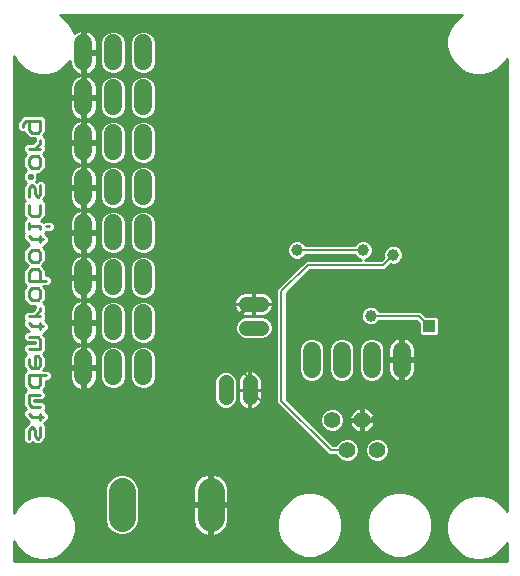
<source format=gbr>
G75*
G70*
%OFA0B0*%
%FSLAX24Y24*%
%IPPOS*%
%LPD*%
%AMOC8*
5,1,8,0,0,1.08239X$1,22.5*
%
%ADD10C,0.0110*%
%ADD11C,0.0550*%
%ADD12C,0.0600*%
%ADD13C,0.0500*%
%ADD14C,0.0886*%
%ADD15C,0.0100*%
%ADD16C,0.0118*%
%ADD17C,0.0079*%
%ADD18C,0.0396*%
%ADD19R,0.0396X0.0396*%
D10*
X001094Y006822D02*
X001094Y007117D01*
X001193Y007216D01*
X001291Y007117D01*
X001291Y006920D01*
X001389Y006822D01*
X001488Y006920D01*
X001488Y007216D01*
X001488Y007466D02*
X001488Y007663D01*
X001586Y007565D02*
X001193Y007565D01*
X001094Y007663D01*
X001193Y007896D02*
X001094Y007994D01*
X001094Y008290D01*
X001488Y008290D01*
X001389Y008541D02*
X001488Y008639D01*
X001488Y008934D01*
X001685Y008934D02*
X001094Y008934D01*
X001094Y008639D01*
X001193Y008541D01*
X001389Y008541D01*
X001389Y009185D02*
X001193Y009185D01*
X001094Y009284D01*
X001094Y009480D01*
X001291Y009579D02*
X001291Y009185D01*
X001389Y009185D02*
X001488Y009284D01*
X001488Y009480D01*
X001389Y009579D01*
X001291Y009579D01*
X001488Y009830D02*
X001488Y010125D01*
X001389Y010223D01*
X001094Y010223D01*
X001193Y010573D02*
X001094Y010671D01*
X001193Y010573D02*
X001586Y010573D01*
X001488Y010671D02*
X001488Y010474D01*
X001488Y010904D02*
X001094Y010904D01*
X001291Y010904D02*
X001488Y011101D01*
X001488Y011199D01*
X001389Y011441D02*
X001193Y011441D01*
X001094Y011539D01*
X001094Y011736D01*
X001193Y011835D01*
X001389Y011835D01*
X001488Y011736D01*
X001488Y011539D01*
X001389Y011441D01*
X001488Y012085D02*
X001488Y012381D01*
X001389Y012479D01*
X001193Y012479D01*
X001094Y012381D01*
X001094Y012085D01*
X001685Y012085D01*
X001389Y012730D02*
X001193Y012730D01*
X001094Y012828D01*
X001094Y013025D01*
X001193Y013124D01*
X001389Y013124D01*
X001488Y013025D01*
X001488Y012828D01*
X001389Y012730D01*
X001488Y013375D02*
X001488Y013571D01*
X001586Y013473D02*
X001193Y013473D01*
X001094Y013571D01*
X001094Y013804D02*
X001094Y014001D01*
X001094Y013903D02*
X001488Y013903D01*
X001488Y013804D01*
X001685Y013903D02*
X001783Y013903D01*
X001389Y014234D02*
X001488Y014332D01*
X001488Y014628D01*
X001389Y014878D02*
X001488Y014977D01*
X001488Y015272D01*
X001291Y015174D02*
X001291Y014977D01*
X001389Y014878D01*
X001094Y014878D02*
X001094Y015174D01*
X001193Y015272D01*
X001291Y015174D01*
X001193Y015523D02*
X001193Y015621D01*
X001094Y015621D01*
X001094Y015523D01*
X001193Y015523D01*
X001193Y015845D02*
X001094Y015944D01*
X001094Y016140D01*
X001193Y016239D01*
X001389Y016239D01*
X001488Y016140D01*
X001488Y015944D01*
X001389Y015845D01*
X001193Y015845D01*
X001291Y016490D02*
X001488Y016687D01*
X001488Y016785D01*
X001389Y017027D02*
X001193Y017027D01*
X001094Y017125D01*
X001094Y017420D01*
X000996Y017420D02*
X001488Y017420D01*
X001488Y017125D01*
X001389Y017027D01*
X001488Y016490D02*
X001094Y016490D01*
X000897Y017224D02*
X000897Y017322D01*
X000996Y017420D01*
X001094Y014628D02*
X001094Y014332D01*
X001193Y014234D01*
X001389Y014234D01*
X001488Y009830D02*
X001094Y009830D01*
X001193Y007896D02*
X001488Y007896D01*
D11*
X011211Y007451D03*
X011711Y006451D03*
X012711Y006451D03*
X012211Y007451D03*
D12*
X012526Y009161D02*
X012526Y009761D01*
X011526Y009761D02*
X011526Y009161D01*
X010526Y009161D02*
X010526Y009761D01*
X013526Y009761D02*
X013526Y009161D01*
X004910Y008901D02*
X004910Y009501D01*
X004910Y010401D02*
X004910Y011001D01*
X004910Y011901D02*
X004910Y012501D01*
X004910Y013401D02*
X004910Y014001D01*
X004910Y014901D02*
X004910Y015501D01*
X004910Y016401D02*
X004910Y017001D01*
X004910Y017901D02*
X004910Y018501D01*
X004911Y019401D02*
X004911Y020001D01*
X003911Y020001D02*
X003911Y019401D01*
X003910Y018501D02*
X003910Y017901D01*
X003910Y017001D02*
X003910Y016401D01*
X003910Y015501D02*
X003910Y014901D01*
X003910Y014001D02*
X003910Y013401D01*
X003910Y012501D02*
X003910Y011901D01*
X003910Y011001D02*
X003910Y010401D01*
X003910Y009501D02*
X003910Y008901D01*
X002910Y008901D02*
X002910Y009501D01*
X002910Y010401D02*
X002910Y011001D01*
X002910Y011901D02*
X002910Y012501D01*
X002910Y013401D02*
X002910Y014001D01*
X002910Y014901D02*
X002910Y015501D01*
X002910Y016401D02*
X002910Y017001D01*
X002910Y017901D02*
X002910Y018501D01*
X002911Y019401D02*
X002911Y020001D01*
D13*
X008347Y011323D02*
X008847Y011323D01*
X008847Y010523D02*
X008347Y010523D01*
X008462Y008705D02*
X008462Y008205D01*
X007662Y008205D02*
X007662Y008705D01*
D14*
X007156Y005073D02*
X007156Y004187D01*
X004203Y004187D02*
X004203Y005073D01*
D15*
X000602Y003405D02*
X000602Y002757D01*
X017025Y002757D01*
X017025Y003337D01*
X016951Y003209D01*
X016750Y003008D01*
X016504Y002866D01*
X016229Y002792D01*
X015945Y002792D01*
X015670Y002866D01*
X015424Y003008D01*
X015223Y003209D01*
X015081Y003456D01*
X015007Y003730D01*
X015007Y004015D01*
X015081Y004289D01*
X015223Y004535D01*
X015424Y004736D01*
X015670Y004879D01*
X015945Y004952D01*
X016229Y004952D01*
X016504Y004879D01*
X016750Y004736D01*
X016951Y004535D01*
X017025Y004408D01*
X017025Y019481D01*
X016961Y019371D01*
X016760Y019170D01*
X016514Y019027D01*
X016239Y018954D01*
X015955Y018954D01*
X015680Y019027D01*
X015434Y019170D01*
X015233Y019371D01*
X015091Y019617D01*
X015017Y019892D01*
X015017Y020176D01*
X015091Y020451D01*
X015233Y020697D01*
X015434Y020898D01*
X015527Y020952D01*
X002149Y020952D01*
X002242Y020898D01*
X002443Y020697D01*
X002586Y020451D01*
X002615Y020341D01*
X002656Y020383D01*
X002822Y020451D01*
X002861Y020451D01*
X002861Y019751D01*
X002961Y019751D01*
X002961Y020451D01*
X003001Y020451D01*
X003166Y020383D01*
X003293Y020256D01*
X003361Y020091D01*
X003361Y019751D01*
X002961Y019751D01*
X002961Y019651D01*
X002961Y018951D01*
X003001Y018951D01*
X003166Y019020D01*
X003293Y019146D01*
X003361Y019312D01*
X003361Y019651D01*
X002961Y019651D01*
X002861Y019651D01*
X002861Y018951D01*
X002822Y018951D01*
X002656Y019020D01*
X002530Y019146D01*
X002461Y019312D01*
X002461Y019401D01*
X002443Y019371D01*
X002242Y019170D01*
X001996Y019027D01*
X001721Y018954D01*
X001437Y018954D01*
X001162Y019027D01*
X000916Y019170D01*
X000715Y019371D01*
X000602Y019567D01*
X000602Y004340D01*
X000715Y004535D01*
X000916Y004736D01*
X001162Y004879D01*
X001437Y004952D01*
X001721Y004952D01*
X001996Y004879D01*
X002242Y004736D01*
X002443Y004535D01*
X002586Y004289D01*
X002659Y004015D01*
X002659Y003730D01*
X002586Y003456D01*
X002443Y003209D01*
X002242Y003008D01*
X001996Y002866D01*
X001721Y002792D01*
X001437Y002792D01*
X001162Y002866D01*
X000916Y003008D01*
X000715Y003209D01*
X000602Y003405D01*
X000602Y003391D02*
X000610Y003391D01*
X000602Y003292D02*
X000667Y003292D01*
X000602Y003194D02*
X000731Y003194D01*
X000829Y003095D02*
X000602Y003095D01*
X000602Y002997D02*
X000936Y002997D01*
X001107Y002898D02*
X000602Y002898D01*
X000602Y002800D02*
X001410Y002800D01*
X001748Y002800D02*
X015918Y002800D01*
X015615Y002898D02*
X013743Y002898D01*
X013605Y002861D02*
X013882Y002935D01*
X014130Y003079D01*
X014333Y003282D01*
X014477Y003530D01*
X014551Y003808D01*
X014551Y004095D01*
X014477Y004372D01*
X014333Y004620D01*
X014130Y004823D01*
X013882Y004967D01*
X013605Y005041D01*
X013318Y005041D01*
X013040Y004967D01*
X012792Y004823D01*
X012589Y004620D01*
X012445Y004372D01*
X012371Y004095D01*
X012371Y003808D01*
X012445Y003530D01*
X012589Y003282D01*
X012792Y003079D01*
X013040Y002935D01*
X013318Y002861D01*
X013605Y002861D01*
X013988Y002997D02*
X015444Y002997D01*
X015337Y003095D02*
X014147Y003095D01*
X014245Y003194D02*
X015238Y003194D01*
X015175Y003292D02*
X014339Y003292D01*
X014396Y003391D02*
X015118Y003391D01*
X015072Y003489D02*
X014453Y003489D01*
X014492Y003588D02*
X015045Y003588D01*
X015019Y003687D02*
X014519Y003687D01*
X014545Y003785D02*
X015007Y003785D01*
X015007Y003884D02*
X014551Y003884D01*
X014551Y003982D02*
X015007Y003982D01*
X015025Y004081D02*
X014551Y004081D01*
X014528Y004179D02*
X015051Y004179D01*
X015078Y004278D02*
X014502Y004278D01*
X014474Y004376D02*
X015131Y004376D01*
X015188Y004475D02*
X014417Y004475D01*
X014361Y004573D02*
X015261Y004573D01*
X015360Y004672D02*
X014282Y004672D01*
X014183Y004771D02*
X015483Y004771D01*
X015654Y004869D02*
X014051Y004869D01*
X013879Y004968D02*
X017025Y004968D01*
X017025Y005066D02*
X007749Y005066D01*
X007749Y004968D02*
X010044Y004968D01*
X010040Y004967D02*
X009792Y004823D01*
X009589Y004620D01*
X009445Y004372D01*
X009371Y004095D01*
X009371Y003808D01*
X009445Y003530D01*
X009589Y003282D01*
X009792Y003079D01*
X010040Y002935D01*
X010318Y002861D01*
X010605Y002861D01*
X010882Y002935D01*
X011130Y003079D01*
X011333Y003282D01*
X011477Y003530D01*
X011551Y003808D01*
X011551Y004095D01*
X011477Y004372D01*
X011333Y004620D01*
X011130Y004823D01*
X010882Y004967D01*
X010605Y005041D01*
X010318Y005041D01*
X010040Y004967D01*
X009871Y004869D02*
X007749Y004869D01*
X007749Y004771D02*
X009739Y004771D01*
X009641Y004672D02*
X007206Y004672D01*
X007206Y004680D02*
X007749Y004680D01*
X007749Y005191D01*
X007659Y005409D01*
X007492Y005576D01*
X007274Y005666D01*
X007206Y005666D01*
X007206Y004680D01*
X007206Y004580D01*
X007206Y003594D01*
X007274Y003594D01*
X007492Y003685D01*
X007659Y003851D01*
X007749Y004069D01*
X007749Y004580D01*
X007206Y004580D01*
X007106Y004580D01*
X007106Y003594D01*
X007038Y003594D01*
X006820Y003685D01*
X006653Y003851D01*
X006563Y004069D01*
X006563Y004580D01*
X007106Y004580D01*
X007106Y004680D01*
X006563Y004680D01*
X006563Y005191D01*
X006653Y005409D01*
X006820Y005576D01*
X007038Y005666D01*
X007106Y005666D01*
X007106Y004680D01*
X007206Y004680D01*
X007206Y004771D02*
X007106Y004771D01*
X007106Y004869D02*
X007206Y004869D01*
X007206Y004968D02*
X007106Y004968D01*
X007106Y005066D02*
X007206Y005066D01*
X007206Y005165D02*
X007106Y005165D01*
X007106Y005263D02*
X007206Y005263D01*
X007206Y005362D02*
X007106Y005362D01*
X007106Y005460D02*
X007206Y005460D01*
X007206Y005559D02*
X007106Y005559D01*
X007106Y005657D02*
X007206Y005657D01*
X007295Y005657D02*
X017025Y005657D01*
X017025Y005559D02*
X007509Y005559D01*
X007607Y005460D02*
X017025Y005460D01*
X017025Y005362D02*
X007678Y005362D01*
X007719Y005263D02*
X017025Y005263D01*
X017025Y005165D02*
X007749Y005165D01*
X007749Y004573D02*
X009562Y004573D01*
X009505Y004475D02*
X007749Y004475D01*
X007749Y004376D02*
X009448Y004376D01*
X009420Y004278D02*
X007749Y004278D01*
X007749Y004179D02*
X009394Y004179D01*
X009371Y004081D02*
X007749Y004081D01*
X007713Y003982D02*
X009371Y003982D01*
X009371Y003884D02*
X007672Y003884D01*
X007592Y003785D02*
X009377Y003785D01*
X009404Y003687D02*
X007494Y003687D01*
X007206Y003687D02*
X007106Y003687D01*
X007106Y003785D02*
X007206Y003785D01*
X007206Y003884D02*
X007106Y003884D01*
X007106Y003982D02*
X007206Y003982D01*
X007206Y004081D02*
X007106Y004081D01*
X007106Y004179D02*
X007206Y004179D01*
X007206Y004278D02*
X007106Y004278D01*
X007106Y004376D02*
X007206Y004376D01*
X007206Y004475D02*
X007106Y004475D01*
X007106Y004573D02*
X007206Y004573D01*
X007106Y004672D02*
X004775Y004672D01*
X004775Y004771D02*
X006563Y004771D01*
X006563Y004869D02*
X004775Y004869D01*
X004775Y004968D02*
X006563Y004968D01*
X006563Y005066D02*
X004775Y005066D01*
X004775Y005165D02*
X006563Y005165D01*
X006593Y005263D02*
X004743Y005263D01*
X004775Y005187D02*
X004688Y005397D01*
X004527Y005558D01*
X004317Y005645D01*
X004090Y005645D01*
X003879Y005558D01*
X003719Y005397D01*
X003632Y005187D01*
X003632Y004074D01*
X003719Y003864D01*
X003879Y003703D01*
X004090Y003616D01*
X004317Y003616D01*
X004527Y003703D01*
X004688Y003864D01*
X004775Y004074D01*
X004775Y005187D01*
X004702Y005362D02*
X006634Y005362D01*
X006705Y005460D02*
X004625Y005460D01*
X004524Y005559D02*
X006803Y005559D01*
X007017Y005657D02*
X000602Y005657D01*
X000602Y005559D02*
X003882Y005559D01*
X003782Y005460D02*
X000602Y005460D01*
X000602Y005362D02*
X003704Y005362D01*
X003663Y005263D02*
X000602Y005263D01*
X000602Y005165D02*
X003632Y005165D01*
X003632Y005066D02*
X000602Y005066D01*
X000602Y004968D02*
X003632Y004968D01*
X003632Y004869D02*
X002013Y004869D01*
X002183Y004771D02*
X003632Y004771D01*
X003632Y004672D02*
X002307Y004672D01*
X002405Y004573D02*
X003632Y004573D01*
X003632Y004475D02*
X002478Y004475D01*
X002535Y004376D02*
X003632Y004376D01*
X003632Y004278D02*
X002589Y004278D01*
X002615Y004179D02*
X003632Y004179D01*
X003632Y004081D02*
X002641Y004081D01*
X002659Y003982D02*
X003669Y003982D01*
X003710Y003884D02*
X002659Y003884D01*
X002659Y003785D02*
X003797Y003785D01*
X003918Y003687D02*
X002647Y003687D01*
X002621Y003588D02*
X009430Y003588D01*
X009469Y003489D02*
X002595Y003489D01*
X002548Y003391D02*
X009526Y003391D01*
X009583Y003292D02*
X002491Y003292D01*
X002428Y003194D02*
X009677Y003194D01*
X009775Y003095D02*
X002329Y003095D01*
X002222Y002997D02*
X009934Y002997D01*
X010179Y002898D02*
X002052Y002898D01*
X000623Y004376D02*
X000602Y004376D01*
X000602Y004475D02*
X000680Y004475D01*
X000753Y004573D02*
X000602Y004573D01*
X000602Y004672D02*
X000852Y004672D01*
X000975Y004771D02*
X000602Y004771D01*
X000602Y004869D02*
X001146Y004869D01*
X000602Y005756D02*
X017025Y005756D01*
X017025Y005854D02*
X000602Y005854D01*
X000602Y005953D02*
X017025Y005953D01*
X017025Y006052D02*
X012802Y006052D01*
X012791Y006047D02*
X012940Y006109D01*
X013053Y006222D01*
X013115Y006371D01*
X013115Y006531D01*
X013053Y006680D01*
X012940Y006793D01*
X012791Y006855D01*
X012631Y006855D01*
X012482Y006793D01*
X012369Y006680D01*
X012307Y006531D01*
X012307Y006371D01*
X012369Y006222D01*
X012482Y006109D01*
X012631Y006047D01*
X012791Y006047D01*
X012621Y006052D02*
X011802Y006052D01*
X011791Y006047D02*
X011940Y006109D01*
X012053Y006222D01*
X012115Y006371D01*
X012115Y006531D01*
X012053Y006680D01*
X011940Y006793D01*
X011791Y006855D01*
X011631Y006855D01*
X011482Y006793D01*
X011369Y006680D01*
X011340Y006609D01*
X011226Y006609D01*
X009690Y008145D01*
X009690Y011667D01*
X010478Y012454D01*
X012838Y012454D01*
X012978Y012454D01*
X013161Y012637D01*
X013178Y012630D01*
X013308Y012630D01*
X013428Y012680D01*
X013520Y012772D01*
X013569Y012892D01*
X013569Y013022D01*
X013520Y013142D01*
X013428Y013234D01*
X013308Y013284D01*
X013178Y013284D01*
X013058Y013234D01*
X012966Y013142D01*
X012916Y013022D01*
X012916Y012892D01*
X012923Y012875D01*
X012838Y012790D01*
X012310Y012790D01*
X012424Y012837D01*
X012516Y012929D01*
X012566Y013049D01*
X012566Y013179D01*
X012516Y013300D01*
X012424Y013392D01*
X012304Y013441D01*
X012174Y013441D01*
X012054Y013392D01*
X011962Y013300D01*
X011955Y013283D01*
X010318Y013283D01*
X010311Y013300D01*
X010219Y013392D01*
X010099Y013441D01*
X009969Y013441D01*
X009849Y013392D01*
X009757Y013300D01*
X009707Y013179D01*
X009707Y013049D01*
X009757Y012929D01*
X009849Y012837D01*
X009969Y012788D01*
X010099Y012788D01*
X010219Y012837D01*
X010311Y012929D01*
X010318Y012946D01*
X011955Y012946D01*
X011962Y012929D01*
X012054Y012837D01*
X012167Y012790D01*
X010338Y012790D01*
X010240Y012692D01*
X009453Y011905D01*
X009354Y011806D01*
X009354Y008145D01*
X009354Y008005D01*
X010988Y006372D01*
X011086Y006273D01*
X011348Y006273D01*
X011369Y006222D01*
X011482Y006109D01*
X011631Y006047D01*
X011791Y006047D01*
X011621Y006052D02*
X000602Y006052D01*
X000602Y006150D02*
X011441Y006150D01*
X011358Y006249D02*
X000602Y006249D01*
X000602Y006347D02*
X011012Y006347D01*
X010914Y006446D02*
X000602Y006446D01*
X000602Y006544D02*
X010815Y006544D01*
X010717Y006643D02*
X001470Y006643D01*
X001466Y006638D02*
X001525Y006698D01*
X001564Y006736D01*
X001604Y006776D01*
X001671Y006844D01*
X001671Y007292D01*
X001622Y007341D01*
X001662Y007381D01*
X001662Y007381D01*
X001770Y007489D01*
X001770Y007641D01*
X001671Y007739D01*
X001631Y007780D01*
X001671Y007820D01*
X001671Y007972D01*
X001564Y008080D01*
X001278Y008080D01*
X001278Y008106D01*
X001564Y008106D01*
X001671Y008214D01*
X001671Y008366D01*
X001573Y008464D01*
X001604Y008495D01*
X001671Y008563D01*
X001671Y008751D01*
X001761Y008751D01*
X001868Y008858D01*
X001868Y009010D01*
X001761Y009118D01*
X001582Y009118D01*
X001604Y009140D01*
X001671Y009207D01*
X001671Y009404D01*
X001671Y009556D01*
X001573Y009655D01*
X001671Y009754D01*
X001671Y009906D01*
X001671Y010049D01*
X001671Y010201D01*
X001573Y010299D01*
X001573Y010299D01*
X001573Y010299D01*
X001662Y010389D01*
X001662Y010389D01*
X001770Y010496D01*
X001770Y010649D01*
X001671Y010747D01*
X001631Y010787D01*
X001671Y010828D01*
X001671Y010980D01*
X001649Y011002D01*
X001671Y011025D01*
X001671Y011275D01*
X001577Y011369D01*
X001602Y011394D01*
X001671Y011463D01*
X001671Y011615D01*
X001671Y011812D01*
X001582Y011902D01*
X001761Y011902D01*
X001868Y012009D01*
X001868Y012162D01*
X001761Y012269D01*
X001671Y012269D01*
X001671Y012457D01*
X002460Y012457D01*
X002460Y012555D02*
X001573Y012555D01*
X001564Y012564D02*
X001524Y012605D01*
X001535Y012616D01*
X001564Y012645D01*
X001602Y012683D01*
X001671Y012752D01*
X001671Y012904D01*
X001671Y013101D01*
X001573Y013200D01*
X001662Y013289D01*
X001770Y013397D01*
X001770Y013549D01*
X001671Y013647D01*
X001631Y013688D01*
X001662Y013719D01*
X001859Y013719D01*
X001967Y013826D01*
X001967Y013979D01*
X001859Y014086D01*
X001608Y014086D01*
X001586Y014064D01*
X001564Y014086D01*
X001502Y014086D01*
X001535Y014120D01*
X001564Y014149D01*
X001602Y014186D01*
X001671Y014256D01*
X001671Y014408D01*
X001671Y014704D01*
X001573Y014802D01*
X001604Y014833D01*
X001671Y014901D01*
X001671Y015348D01*
X001564Y015456D01*
X001412Y015456D01*
X001340Y015384D01*
X001327Y015397D01*
X001376Y015447D01*
X001376Y015545D01*
X001376Y015661D01*
X001465Y015661D01*
X001535Y015731D01*
X001564Y015760D01*
X001602Y015798D01*
X001671Y015867D01*
X001671Y016020D01*
X001671Y016217D01*
X001573Y016315D01*
X001671Y016414D01*
X001671Y016566D01*
X001649Y016588D01*
X001671Y016610D01*
X001671Y016861D01*
X001577Y016955D01*
X001602Y016979D01*
X001671Y017049D01*
X001671Y017201D01*
X001671Y017497D01*
X001564Y017604D01*
X001412Y017604D01*
X000920Y017604D01*
X000812Y017497D01*
X000714Y017398D01*
X000714Y017246D01*
X000714Y017147D01*
X000821Y017040D01*
X000920Y017040D01*
X001116Y016843D01*
X001269Y016843D01*
X001304Y016843D01*
X001304Y016763D01*
X001215Y016673D01*
X001018Y016673D01*
X000910Y016566D01*
X000910Y016414D01*
X001009Y016315D01*
X001009Y016315D01*
X000978Y016284D01*
X000910Y016217D01*
X000910Y016216D01*
X000910Y016064D01*
X000910Y016020D01*
X000910Y015867D01*
X000995Y015782D01*
X000910Y015697D01*
X000910Y015447D01*
X001009Y015348D01*
X000978Y015317D01*
X000910Y015250D01*
X000910Y015250D01*
X000910Y015097D01*
X000910Y014802D01*
X000960Y014753D01*
X000910Y014704D01*
X000910Y014256D01*
X001000Y014167D01*
X000910Y014077D01*
X000910Y013979D01*
X000910Y013826D01*
X000910Y013728D01*
X000951Y013688D01*
X000910Y013647D01*
X000910Y013495D01*
X001009Y013397D01*
X001009Y013397D01*
X001047Y013359D01*
X001107Y013298D01*
X001049Y013240D01*
X001009Y013200D01*
X001009Y013200D01*
X000978Y013169D01*
X000910Y013101D01*
X000910Y012949D01*
X000910Y012904D01*
X000910Y012752D01*
X001058Y012605D01*
X001049Y012595D01*
X001009Y012555D01*
X000978Y012524D01*
X000910Y012457D01*
X000910Y012305D01*
X000910Y012009D01*
X001009Y011911D01*
X001009Y011911D01*
X001009Y011911D01*
X000978Y011880D01*
X000910Y011812D01*
X000910Y011660D01*
X000910Y011615D01*
X000910Y011463D01*
X001116Y011257D01*
X001269Y011257D01*
X001304Y011257D01*
X001304Y011177D01*
X001215Y011088D01*
X001018Y011088D01*
X000910Y010980D01*
X000910Y010828D01*
X000951Y010787D01*
X000910Y010747D01*
X000910Y010595D01*
X001009Y010496D01*
X001047Y010459D01*
X001098Y010407D01*
X001018Y010407D01*
X000910Y010299D01*
X000910Y010147D01*
X001018Y010040D01*
X001304Y010040D01*
X001304Y010013D01*
X001018Y010013D01*
X000910Y009906D01*
X000910Y009754D01*
X001009Y009655D01*
X000910Y009556D01*
X000910Y009360D01*
X000910Y009207D01*
X001009Y009109D01*
X000910Y009010D01*
X000910Y008715D01*
X000910Y008563D01*
X001009Y008464D01*
X000910Y008366D01*
X000910Y008214D01*
X000910Y007918D01*
X001000Y007829D01*
X000910Y007739D01*
X000910Y007587D01*
X001009Y007489D01*
X001009Y007489D01*
X001047Y007451D01*
X001107Y007390D01*
X001049Y007331D01*
X001009Y007292D01*
X001009Y007292D01*
X000978Y007261D01*
X000910Y007193D01*
X000910Y007041D01*
X000910Y006746D01*
X001018Y006638D01*
X001170Y006638D01*
X001242Y006710D01*
X001252Y006699D01*
X001313Y006638D01*
X001465Y006638D01*
X001466Y006638D01*
X001564Y006736D02*
X001564Y006736D01*
X001569Y006741D02*
X010618Y006741D01*
X010520Y006840D02*
X001667Y006840D01*
X001671Y006844D02*
X001671Y006844D01*
X001671Y006938D02*
X010421Y006938D01*
X010323Y007037D02*
X001671Y007037D01*
X001671Y007136D02*
X010224Y007136D01*
X010125Y007234D02*
X001671Y007234D01*
X001630Y007333D02*
X010027Y007333D01*
X009928Y007431D02*
X001712Y007431D01*
X001770Y007530D02*
X009830Y007530D01*
X009731Y007628D02*
X001770Y007628D01*
X001684Y007727D02*
X009633Y007727D01*
X009534Y007825D02*
X008590Y007825D01*
X008541Y007805D02*
X008688Y007866D01*
X008801Y007978D01*
X008862Y008125D01*
X008862Y008446D01*
X008471Y008446D01*
X008471Y008464D01*
X008862Y008464D01*
X008862Y008785D01*
X008801Y008932D01*
X008688Y009044D01*
X008541Y009105D01*
X008471Y009105D01*
X008471Y008464D01*
X008452Y008464D01*
X008452Y008446D01*
X008062Y008446D01*
X008062Y008125D01*
X008122Y007978D01*
X008235Y007866D01*
X008382Y007805D01*
X008452Y007805D01*
X008452Y008446D01*
X008471Y008446D01*
X008471Y007805D01*
X008541Y007805D01*
X008471Y007825D02*
X008452Y007825D01*
X008452Y007924D02*
X008471Y007924D01*
X008471Y008022D02*
X008452Y008022D01*
X008452Y008121D02*
X008471Y008121D01*
X008471Y008220D02*
X008452Y008220D01*
X008452Y008318D02*
X008471Y008318D01*
X008471Y008417D02*
X008452Y008417D01*
X008452Y008464D02*
X008062Y008464D01*
X008062Y008785D01*
X008122Y008932D01*
X008235Y009044D01*
X008382Y009105D01*
X008452Y009105D01*
X008452Y008464D01*
X008452Y008515D02*
X008471Y008515D01*
X008471Y008614D02*
X008452Y008614D01*
X008452Y008712D02*
X008471Y008712D01*
X008471Y008811D02*
X008452Y008811D01*
X008452Y008909D02*
X008471Y008909D01*
X008471Y009008D02*
X008452Y009008D01*
X008199Y009008D02*
X007894Y009008D01*
X007876Y009026D02*
X007737Y009084D01*
X007586Y009084D01*
X007447Y009026D01*
X007340Y008920D01*
X007283Y008780D01*
X007283Y008130D01*
X007340Y007990D01*
X007447Y007884D01*
X007586Y007826D01*
X007737Y007826D01*
X007876Y007884D01*
X007983Y007990D01*
X008040Y008130D01*
X008040Y008780D01*
X007983Y008920D01*
X007876Y009026D01*
X007987Y008909D02*
X008113Y008909D01*
X008072Y008811D02*
X008028Y008811D01*
X008040Y008712D02*
X008062Y008712D01*
X008062Y008614D02*
X008040Y008614D01*
X008040Y008515D02*
X008062Y008515D01*
X008062Y008417D02*
X008040Y008417D01*
X008040Y008318D02*
X008062Y008318D01*
X008062Y008220D02*
X008040Y008220D01*
X008037Y008121D02*
X008063Y008121D01*
X008104Y008022D02*
X007996Y008022D01*
X007916Y007924D02*
X008177Y007924D01*
X008333Y007825D02*
X001671Y007825D01*
X001671Y007924D02*
X007407Y007924D01*
X007327Y008022D02*
X001621Y008022D01*
X001579Y008121D02*
X007286Y008121D01*
X007283Y008220D02*
X001671Y008220D01*
X001671Y008318D02*
X007283Y008318D01*
X007283Y008417D02*
X001621Y008417D01*
X001624Y008515D02*
X002666Y008515D01*
X002655Y008520D02*
X002820Y008451D01*
X002860Y008451D01*
X002860Y009151D01*
X002960Y009151D01*
X002960Y008451D01*
X002999Y008451D01*
X003165Y008520D01*
X003291Y008646D01*
X003360Y008812D01*
X003360Y009151D01*
X002960Y009151D01*
X002960Y009251D01*
X003360Y009251D01*
X003360Y009591D01*
X003291Y009756D01*
X003165Y009883D01*
X002999Y009951D01*
X002960Y009951D01*
X002960Y009251D01*
X002860Y009251D01*
X002860Y009151D01*
X002460Y009151D01*
X002460Y008812D01*
X002529Y008646D01*
X002655Y008520D01*
X002561Y008614D02*
X001671Y008614D01*
X001671Y008563D02*
X001671Y008563D01*
X001671Y008712D02*
X002501Y008712D01*
X002460Y008811D02*
X001821Y008811D01*
X001868Y008909D02*
X002460Y008909D01*
X002460Y009008D02*
X001868Y009008D01*
X001772Y009106D02*
X002460Y009106D01*
X002460Y009251D02*
X002860Y009251D01*
X002860Y009951D01*
X002820Y009951D01*
X002655Y009883D01*
X002529Y009756D01*
X002460Y009591D01*
X002460Y009251D01*
X002460Y009304D02*
X001671Y009304D01*
X001671Y009207D02*
X001671Y009207D01*
X001669Y009205D02*
X002860Y009205D01*
X002860Y009304D02*
X002960Y009304D01*
X002960Y009402D02*
X002860Y009402D01*
X002860Y009501D02*
X002960Y009501D01*
X002960Y009599D02*
X002860Y009599D01*
X002860Y009698D02*
X002960Y009698D01*
X002960Y009796D02*
X002860Y009796D01*
X002860Y009895D02*
X002960Y009895D01*
X002960Y009951D02*
X002999Y009951D01*
X003165Y010020D01*
X003291Y010146D01*
X003360Y010312D01*
X003360Y010651D01*
X002960Y010651D01*
X002960Y009951D01*
X002960Y009993D02*
X002860Y009993D01*
X002860Y009951D02*
X002860Y010651D01*
X002960Y010651D01*
X002960Y010751D01*
X003360Y010751D01*
X003360Y011091D01*
X003291Y011256D01*
X003165Y011383D01*
X002999Y011451D01*
X003165Y011520D01*
X003291Y011646D01*
X003360Y011812D01*
X003360Y012151D01*
X002960Y012151D01*
X002960Y011451D01*
X002960Y010751D01*
X002860Y010751D01*
X002860Y010651D01*
X002460Y010651D01*
X002460Y010312D01*
X002529Y010146D01*
X002655Y010020D01*
X002820Y009951D01*
X002860Y009951D01*
X002860Y010092D02*
X002960Y010092D01*
X002960Y010190D02*
X002860Y010190D01*
X002860Y010289D02*
X002960Y010289D01*
X002960Y010387D02*
X002860Y010387D01*
X002860Y010486D02*
X002960Y010486D01*
X002960Y010585D02*
X002860Y010585D01*
X002860Y010683D02*
X001735Y010683D01*
X001671Y010747D02*
X001671Y010747D01*
X001637Y010782D02*
X002460Y010782D01*
X002460Y010751D02*
X002860Y010751D01*
X002860Y011451D01*
X002820Y011451D01*
X002655Y011520D01*
X002529Y011646D01*
X002460Y011812D01*
X002460Y012151D01*
X002860Y012151D01*
X002960Y012151D01*
X002960Y012251D01*
X003360Y012251D01*
X003360Y012591D01*
X003291Y012756D01*
X003165Y012883D01*
X002999Y012951D01*
X002960Y012951D01*
X002960Y012251D01*
X002860Y012251D01*
X002860Y012151D01*
X002860Y011451D01*
X002820Y011451D01*
X002655Y011383D01*
X002529Y011256D01*
X002460Y011091D01*
X002460Y010751D01*
X002460Y010880D02*
X001671Y010880D01*
X001671Y010979D02*
X002460Y010979D01*
X002460Y011077D02*
X001671Y011077D01*
X001671Y011176D02*
X002495Y011176D01*
X002547Y011274D02*
X001671Y011274D01*
X001581Y011373D02*
X002645Y011373D01*
X002771Y011471D02*
X001671Y011471D01*
X001671Y011570D02*
X002605Y011570D01*
X002519Y011669D02*
X001671Y011669D01*
X001671Y011767D02*
X002478Y011767D01*
X002460Y011866D02*
X001618Y011866D01*
X001823Y011964D02*
X002460Y011964D01*
X002460Y012063D02*
X001868Y012063D01*
X001868Y012161D02*
X002860Y012161D01*
X002860Y012251D02*
X002460Y012251D01*
X002460Y012591D01*
X002529Y012756D01*
X002655Y012883D01*
X002820Y012951D01*
X002860Y012951D01*
X002860Y012251D01*
X002860Y012260D02*
X002960Y012260D01*
X002960Y012358D02*
X002860Y012358D01*
X002860Y012457D02*
X002960Y012457D01*
X002960Y012555D02*
X002860Y012555D01*
X002860Y012654D02*
X002960Y012654D01*
X002960Y012753D02*
X002860Y012753D01*
X002860Y012851D02*
X002960Y012851D01*
X002960Y012950D02*
X002860Y012950D01*
X002860Y012951D02*
X002860Y013651D01*
X002960Y013651D01*
X002960Y012951D01*
X002999Y012951D01*
X003165Y013020D01*
X003291Y013146D01*
X003360Y013312D01*
X003360Y013651D01*
X002960Y013651D01*
X002960Y013751D01*
X003360Y013751D01*
X003360Y014091D01*
X003291Y014256D01*
X003165Y014383D01*
X002999Y014451D01*
X003165Y014520D01*
X003291Y014646D01*
X003360Y014812D01*
X003360Y015151D01*
X002960Y015151D01*
X002960Y014451D01*
X002960Y013751D01*
X002860Y013751D01*
X002860Y013651D01*
X002460Y013651D01*
X002460Y013312D01*
X002529Y013146D01*
X002655Y013020D01*
X002820Y012951D01*
X002860Y012951D01*
X002817Y012950D02*
X001671Y012950D01*
X001671Y013048D02*
X002627Y013048D01*
X002528Y013147D02*
X001626Y013147D01*
X001618Y013245D02*
X002487Y013245D01*
X002460Y013344D02*
X001717Y013344D01*
X001662Y013289D02*
X001662Y013289D01*
X001770Y013442D02*
X002460Y013442D01*
X002460Y013541D02*
X001770Y013541D01*
X001680Y013639D02*
X002460Y013639D01*
X002460Y013751D02*
X002860Y013751D01*
X002860Y014451D01*
X002820Y014451D01*
X002655Y014520D01*
X002529Y014646D01*
X002460Y014812D01*
X002460Y015151D01*
X002860Y015151D01*
X002960Y015151D01*
X002960Y015251D01*
X003360Y015251D01*
X003360Y015591D01*
X003291Y015756D01*
X003165Y015883D01*
X002999Y015951D01*
X002960Y015951D01*
X002960Y015251D01*
X002860Y015251D01*
X002860Y015151D01*
X002860Y014451D01*
X002820Y014451D01*
X002655Y014383D01*
X002529Y014256D01*
X002460Y014091D01*
X002460Y013751D01*
X002460Y013836D02*
X001967Y013836D01*
X001967Y013935D02*
X002460Y013935D01*
X002460Y014034D02*
X001912Y014034D01*
X001671Y014329D02*
X002602Y014329D01*
X002518Y014231D02*
X001646Y014231D01*
X001564Y014149D02*
X001564Y014149D01*
X001547Y014132D02*
X002477Y014132D01*
X002764Y014428D02*
X001671Y014428D01*
X001671Y014526D02*
X002648Y014526D01*
X002550Y014625D02*
X001671Y014625D01*
X001652Y014723D02*
X002496Y014723D01*
X002460Y014822D02*
X001593Y014822D01*
X001671Y014901D02*
X001671Y014901D01*
X001671Y014920D02*
X002460Y014920D01*
X002460Y015019D02*
X001671Y015019D01*
X001671Y015118D02*
X002460Y015118D01*
X002460Y015251D02*
X002860Y015251D01*
X002860Y015951D01*
X002820Y015951D01*
X002655Y015883D01*
X002529Y015756D01*
X002460Y015591D01*
X002460Y015251D01*
X002460Y015315D02*
X001671Y015315D01*
X001671Y015216D02*
X002860Y015216D01*
X002860Y015118D02*
X002960Y015118D01*
X002960Y015216D02*
X003481Y015216D01*
X003481Y015118D02*
X003360Y015118D01*
X003360Y015019D02*
X003481Y015019D01*
X003481Y014920D02*
X003360Y014920D01*
X003360Y014822D02*
X003481Y014822D01*
X003481Y014816D02*
X003547Y014658D01*
X003667Y014538D01*
X003825Y014472D01*
X003995Y014472D01*
X004153Y014538D01*
X004273Y014658D01*
X004339Y014816D01*
X004339Y015586D01*
X004273Y015744D01*
X004153Y015865D01*
X003995Y015930D01*
X003825Y015930D01*
X003667Y015865D01*
X003547Y015744D01*
X003481Y015586D01*
X003481Y014816D01*
X003520Y014723D02*
X003323Y014723D01*
X003270Y014625D02*
X003580Y014625D01*
X003694Y014526D02*
X003172Y014526D01*
X003056Y014428D02*
X003820Y014428D01*
X003825Y014430D02*
X003667Y014365D01*
X003547Y014244D01*
X003481Y014086D01*
X003481Y013316D01*
X003547Y013158D01*
X003667Y013038D01*
X003825Y012972D01*
X003995Y012972D01*
X004153Y013038D01*
X004273Y013158D01*
X004339Y013316D01*
X004339Y014086D01*
X004273Y014244D01*
X004153Y014365D01*
X003995Y014430D01*
X003825Y014430D01*
X004000Y014428D02*
X004820Y014428D01*
X004825Y014430D02*
X004667Y014365D01*
X004547Y014244D01*
X004481Y014086D01*
X004481Y013316D01*
X004547Y013158D01*
X004667Y013038D01*
X004825Y012972D01*
X004995Y012972D01*
X005153Y013038D01*
X005273Y013158D01*
X005339Y013316D01*
X005339Y014086D01*
X005273Y014244D01*
X005153Y014365D01*
X004995Y014430D01*
X004825Y014430D01*
X004825Y014472D02*
X004667Y014538D01*
X004547Y014658D01*
X004481Y014816D01*
X004481Y015586D01*
X004547Y015744D01*
X004667Y015865D01*
X004825Y015930D01*
X004995Y015930D01*
X005153Y015865D01*
X005273Y015744D01*
X005339Y015586D01*
X005339Y014816D01*
X005273Y014658D01*
X005153Y014538D01*
X004995Y014472D01*
X004825Y014472D01*
X004694Y014526D02*
X004125Y014526D01*
X004240Y014625D02*
X004580Y014625D01*
X004520Y014723D02*
X004300Y014723D01*
X004339Y014822D02*
X004481Y014822D01*
X004481Y014920D02*
X004339Y014920D01*
X004339Y015019D02*
X004481Y015019D01*
X004481Y015118D02*
X004339Y015118D01*
X004339Y015216D02*
X004481Y015216D01*
X004481Y015315D02*
X004339Y015315D01*
X004339Y015413D02*
X004481Y015413D01*
X004481Y015512D02*
X004339Y015512D01*
X004329Y015610D02*
X004491Y015610D01*
X004532Y015709D02*
X004288Y015709D01*
X004210Y015807D02*
X004610Y015807D01*
X004767Y015906D02*
X004053Y015906D01*
X003995Y015972D02*
X003825Y015972D01*
X003667Y016038D01*
X003547Y016158D01*
X003481Y016316D01*
X003481Y017086D01*
X003547Y017244D01*
X003667Y017365D01*
X003825Y017430D01*
X003995Y017430D01*
X004153Y017365D01*
X004273Y017244D01*
X004339Y017086D01*
X004339Y016316D01*
X004273Y016158D01*
X004153Y016038D01*
X003995Y015972D01*
X004073Y016004D02*
X004747Y016004D01*
X004825Y015972D02*
X004667Y016038D01*
X004547Y016158D01*
X004481Y016316D01*
X004481Y017086D01*
X004547Y017244D01*
X004667Y017365D01*
X004825Y017430D01*
X004995Y017430D01*
X005153Y017365D01*
X005273Y017244D01*
X005339Y017086D01*
X005339Y016316D01*
X005273Y016158D01*
X005153Y016038D01*
X004995Y015972D01*
X004825Y015972D01*
X005053Y015906D02*
X017025Y015906D01*
X017025Y016004D02*
X005073Y016004D01*
X005218Y016103D02*
X017025Y016103D01*
X017025Y016202D02*
X005291Y016202D01*
X005332Y016300D02*
X017025Y016300D01*
X017025Y016399D02*
X005339Y016399D01*
X005339Y016497D02*
X017025Y016497D01*
X017025Y016596D02*
X005339Y016596D01*
X005339Y016694D02*
X017025Y016694D01*
X017025Y016793D02*
X005339Y016793D01*
X005339Y016891D02*
X017025Y016891D01*
X017025Y016990D02*
X005339Y016990D01*
X005338Y017088D02*
X017025Y017088D01*
X017025Y017187D02*
X005297Y017187D01*
X005232Y017286D02*
X017025Y017286D01*
X017025Y017384D02*
X005106Y017384D01*
X005020Y017483D02*
X017025Y017483D01*
X017025Y017581D02*
X005196Y017581D01*
X005153Y017538D02*
X005273Y017658D01*
X005339Y017816D01*
X005339Y018586D01*
X005273Y018744D01*
X005153Y018865D01*
X004995Y018930D01*
X004825Y018930D01*
X004667Y018865D01*
X004547Y018744D01*
X004481Y018586D01*
X004481Y017816D01*
X004547Y017658D01*
X004667Y017538D01*
X004825Y017472D01*
X004995Y017472D01*
X005153Y017538D01*
X005282Y017680D02*
X017025Y017680D01*
X017025Y017778D02*
X005323Y017778D01*
X005339Y017877D02*
X017025Y017877D01*
X017025Y017975D02*
X005339Y017975D01*
X005339Y018074D02*
X017025Y018074D01*
X017025Y018172D02*
X005339Y018172D01*
X005339Y018271D02*
X017025Y018271D01*
X017025Y018369D02*
X005339Y018369D01*
X005339Y018468D02*
X017025Y018468D01*
X017025Y018567D02*
X005339Y018567D01*
X005306Y018665D02*
X017025Y018665D01*
X017025Y018764D02*
X005254Y018764D01*
X005155Y018862D02*
X017025Y018862D01*
X017025Y018961D02*
X016265Y018961D01*
X016569Y019059D02*
X017025Y019059D01*
X017025Y019158D02*
X016740Y019158D01*
X016847Y019256D02*
X017025Y019256D01*
X017025Y019355D02*
X016945Y019355D01*
X017009Y019453D02*
X017025Y019453D01*
X015929Y018961D02*
X003024Y018961D01*
X002999Y018951D02*
X002960Y018951D01*
X002960Y018251D01*
X003360Y018251D01*
X003360Y018591D01*
X003291Y018756D01*
X003165Y018883D01*
X002999Y018951D01*
X002961Y018961D02*
X002861Y018961D01*
X002860Y018951D02*
X002820Y018951D01*
X002655Y018883D01*
X002529Y018756D01*
X002460Y018591D01*
X002460Y018251D01*
X002860Y018251D01*
X002860Y018151D01*
X002960Y018151D01*
X002960Y017451D01*
X002960Y016751D01*
X003360Y016751D01*
X003360Y017091D01*
X003291Y017256D01*
X003165Y017383D01*
X002999Y017451D01*
X003165Y017520D01*
X003291Y017646D01*
X003360Y017812D01*
X003360Y018151D01*
X002960Y018151D01*
X002960Y018251D01*
X002860Y018251D01*
X002860Y018951D01*
X002798Y018961D02*
X001747Y018961D01*
X002051Y019059D02*
X002617Y019059D01*
X002525Y019158D02*
X002222Y019158D01*
X002329Y019256D02*
X002484Y019256D01*
X002461Y019355D02*
X002428Y019355D01*
X002861Y019355D02*
X002961Y019355D01*
X002961Y019453D02*
X002861Y019453D01*
X002861Y019552D02*
X002961Y019552D01*
X002961Y019651D02*
X002861Y019651D01*
X002961Y019749D02*
X003482Y019749D01*
X003482Y019651D02*
X003361Y019651D01*
X003361Y019552D02*
X003482Y019552D01*
X003482Y019453D02*
X003361Y019453D01*
X003361Y019355D02*
X003482Y019355D01*
X003482Y019316D02*
X003548Y019158D01*
X003297Y019158D01*
X003338Y019256D02*
X003507Y019256D01*
X003482Y019316D02*
X003482Y020086D01*
X003548Y020244D01*
X003668Y020365D01*
X003826Y020430D01*
X003996Y020430D01*
X004154Y020365D01*
X004275Y020244D01*
X004340Y020086D01*
X004340Y019316D01*
X004275Y019158D01*
X004154Y019038D01*
X003996Y018972D01*
X003826Y018972D01*
X003668Y019038D01*
X003548Y019158D01*
X003647Y019059D02*
X003206Y019059D01*
X003185Y018862D02*
X003665Y018862D01*
X003667Y018865D02*
X003547Y018744D01*
X003481Y018586D01*
X003481Y017816D01*
X003547Y017658D01*
X003667Y017538D01*
X003825Y017472D01*
X003995Y017472D01*
X004153Y017538D01*
X004273Y017658D01*
X004339Y017816D01*
X004339Y018586D01*
X004273Y018744D01*
X004153Y018865D01*
X003995Y018930D01*
X003825Y018930D01*
X003667Y018865D01*
X003566Y018764D02*
X003284Y018764D01*
X003329Y018665D02*
X003514Y018665D01*
X003481Y018567D02*
X003360Y018567D01*
X003360Y018468D02*
X003481Y018468D01*
X003481Y018369D02*
X003360Y018369D01*
X003360Y018271D02*
X003481Y018271D01*
X003481Y018172D02*
X002960Y018172D01*
X002960Y018074D02*
X002860Y018074D01*
X002860Y018151D02*
X002860Y017451D01*
X002820Y017451D01*
X002655Y017520D01*
X002529Y017646D01*
X002460Y017812D01*
X002460Y018151D01*
X002860Y018151D01*
X002860Y018172D02*
X000602Y018172D01*
X000602Y018074D02*
X002460Y018074D01*
X002460Y017975D02*
X000602Y017975D01*
X000602Y017877D02*
X002460Y017877D01*
X002474Y017778D02*
X000602Y017778D01*
X000602Y017680D02*
X002515Y017680D01*
X002594Y017581D02*
X001587Y017581D01*
X001671Y017483D02*
X002744Y017483D01*
X002820Y017451D02*
X002655Y017383D01*
X002529Y017256D01*
X002460Y017091D01*
X002460Y016751D01*
X002860Y016751D01*
X002860Y016651D01*
X002960Y016651D01*
X002960Y015951D01*
X002999Y015951D01*
X003165Y016020D01*
X003291Y016146D01*
X003360Y016312D01*
X003360Y016651D01*
X002960Y016651D01*
X002960Y016751D01*
X002860Y016751D01*
X002860Y017451D01*
X002820Y017451D01*
X002860Y017483D02*
X002960Y017483D01*
X002960Y017451D02*
X002999Y017451D01*
X002960Y017451D01*
X002960Y017384D02*
X002860Y017384D01*
X002860Y017286D02*
X002960Y017286D01*
X002960Y017187D02*
X002860Y017187D01*
X002860Y017088D02*
X002960Y017088D01*
X002960Y016990D02*
X002860Y016990D01*
X002860Y016891D02*
X002960Y016891D01*
X002960Y016793D02*
X002860Y016793D01*
X002860Y016694D02*
X001671Y016694D01*
X001671Y016793D02*
X002460Y016793D01*
X002460Y016891D02*
X001641Y016891D01*
X001612Y016990D02*
X002460Y016990D01*
X002460Y017088D02*
X001671Y017088D01*
X001671Y017187D02*
X002500Y017187D01*
X002558Y017286D02*
X001671Y017286D01*
X001671Y017384D02*
X002659Y017384D01*
X002860Y017581D02*
X002960Y017581D01*
X002960Y017680D02*
X002860Y017680D01*
X002860Y017778D02*
X002960Y017778D01*
X002960Y017877D02*
X002860Y017877D01*
X002860Y017975D02*
X002960Y017975D01*
X002960Y018271D02*
X002860Y018271D01*
X002860Y018369D02*
X002960Y018369D01*
X002960Y018468D02*
X002860Y018468D01*
X002860Y018567D02*
X002960Y018567D01*
X002960Y018665D02*
X002860Y018665D01*
X002860Y018764D02*
X002960Y018764D01*
X002960Y018862D02*
X002860Y018862D01*
X002861Y019059D02*
X002961Y019059D01*
X002961Y019158D02*
X002861Y019158D01*
X002861Y019256D02*
X002961Y019256D01*
X002635Y018862D02*
X000602Y018862D01*
X000602Y018764D02*
X002536Y018764D01*
X002491Y018665D02*
X000602Y018665D01*
X000602Y018567D02*
X002460Y018567D01*
X002460Y018468D02*
X000602Y018468D01*
X000602Y018369D02*
X002460Y018369D01*
X002460Y018271D02*
X000602Y018271D01*
X000602Y018961D02*
X001411Y018961D01*
X001107Y019059D02*
X000602Y019059D01*
X000602Y019158D02*
X000937Y019158D01*
X000829Y019256D02*
X000602Y019256D01*
X000602Y019355D02*
X000731Y019355D01*
X000667Y019453D02*
X000602Y019453D01*
X000602Y019552D02*
X000610Y019552D01*
X002184Y020932D02*
X015492Y020932D01*
X015369Y020833D02*
X002307Y020833D01*
X002406Y020735D02*
X015271Y020735D01*
X015198Y020636D02*
X002479Y020636D01*
X002535Y020537D02*
X015141Y020537D01*
X015088Y020439D02*
X003030Y020439D01*
X002961Y020439D02*
X002861Y020439D01*
X002792Y020439D02*
X002589Y020439D01*
X002861Y020340D02*
X002961Y020340D01*
X002961Y020242D02*
X002861Y020242D01*
X002861Y020143D02*
X002961Y020143D01*
X002961Y020045D02*
X002861Y020045D01*
X002861Y019946D02*
X002961Y019946D01*
X002961Y019848D02*
X002861Y019848D01*
X003299Y020242D02*
X003547Y020242D01*
X003506Y020143D02*
X003339Y020143D01*
X003361Y020045D02*
X003482Y020045D01*
X003482Y019946D02*
X003361Y019946D01*
X003361Y019848D02*
X003482Y019848D01*
X003644Y020340D02*
X003208Y020340D01*
X004178Y020340D02*
X004644Y020340D01*
X004668Y020365D02*
X004548Y020244D01*
X004482Y020086D01*
X004482Y019316D01*
X004548Y019158D01*
X004274Y019158D01*
X004315Y019256D02*
X004507Y019256D01*
X004482Y019355D02*
X004340Y019355D01*
X004340Y019453D02*
X004482Y019453D01*
X004482Y019552D02*
X004340Y019552D01*
X004340Y019651D02*
X004482Y019651D01*
X004482Y019749D02*
X004340Y019749D01*
X004340Y019848D02*
X004482Y019848D01*
X004482Y019946D02*
X004340Y019946D01*
X004340Y020045D02*
X004482Y020045D01*
X004506Y020143D02*
X004316Y020143D01*
X004276Y020242D02*
X004547Y020242D01*
X004668Y020365D02*
X004826Y020430D01*
X004996Y020430D01*
X005154Y020365D01*
X005275Y020244D01*
X005340Y020086D01*
X005340Y019316D01*
X005275Y019158D01*
X005154Y019038D01*
X004996Y018972D01*
X004826Y018972D01*
X004668Y019038D01*
X004548Y019158D01*
X004647Y019059D02*
X004176Y019059D01*
X004155Y018862D02*
X004665Y018862D01*
X004566Y018764D02*
X004254Y018764D01*
X004306Y018665D02*
X004514Y018665D01*
X004481Y018567D02*
X004339Y018567D01*
X004339Y018468D02*
X004481Y018468D01*
X004481Y018369D02*
X004339Y018369D01*
X004339Y018271D02*
X004481Y018271D01*
X004481Y018172D02*
X004339Y018172D01*
X004339Y018074D02*
X004481Y018074D01*
X004481Y017975D02*
X004339Y017975D01*
X004339Y017877D02*
X004481Y017877D01*
X004497Y017778D02*
X004323Y017778D01*
X004282Y017680D02*
X004538Y017680D01*
X004624Y017581D02*
X004196Y017581D01*
X004020Y017483D02*
X004800Y017483D01*
X004714Y017384D02*
X004106Y017384D01*
X004232Y017286D02*
X004588Y017286D01*
X004523Y017187D02*
X004297Y017187D01*
X004338Y017088D02*
X004482Y017088D01*
X004481Y016990D02*
X004339Y016990D01*
X004339Y016891D02*
X004481Y016891D01*
X004481Y016793D02*
X004339Y016793D01*
X004339Y016694D02*
X004481Y016694D01*
X004481Y016596D02*
X004339Y016596D01*
X004339Y016497D02*
X004481Y016497D01*
X004481Y016399D02*
X004339Y016399D01*
X004332Y016300D02*
X004488Y016300D01*
X004529Y016202D02*
X004291Y016202D01*
X004218Y016103D02*
X004602Y016103D01*
X005210Y015807D02*
X017025Y015807D01*
X017025Y015709D02*
X005288Y015709D01*
X005329Y015610D02*
X017025Y015610D01*
X017025Y015512D02*
X005339Y015512D01*
X005339Y015413D02*
X017025Y015413D01*
X017025Y015315D02*
X005339Y015315D01*
X005339Y015216D02*
X017025Y015216D01*
X017025Y015118D02*
X005339Y015118D01*
X005339Y015019D02*
X017025Y015019D01*
X017025Y014920D02*
X005339Y014920D01*
X005339Y014822D02*
X017025Y014822D01*
X017025Y014723D02*
X005300Y014723D01*
X005240Y014625D02*
X017025Y014625D01*
X017025Y014526D02*
X005125Y014526D01*
X005000Y014428D02*
X017025Y014428D01*
X017025Y014329D02*
X005188Y014329D01*
X005279Y014231D02*
X017025Y014231D01*
X017025Y014132D02*
X005320Y014132D01*
X005339Y014034D02*
X017025Y014034D01*
X017025Y013935D02*
X005339Y013935D01*
X005339Y013836D02*
X017025Y013836D01*
X017025Y013738D02*
X005339Y013738D01*
X005339Y013639D02*
X017025Y013639D01*
X017025Y013541D02*
X005339Y013541D01*
X005339Y013442D02*
X017025Y013442D01*
X017025Y013344D02*
X012472Y013344D01*
X012538Y013245D02*
X013085Y013245D01*
X012970Y013147D02*
X012566Y013147D01*
X012565Y013048D02*
X012927Y013048D01*
X012916Y012950D02*
X012524Y012950D01*
X012438Y012851D02*
X012899Y012851D01*
X013079Y012555D02*
X017025Y012555D01*
X017025Y012457D02*
X012980Y012457D01*
X013365Y012654D02*
X017025Y012654D01*
X017025Y012753D02*
X013500Y012753D01*
X013553Y012851D02*
X017025Y012851D01*
X017025Y012950D02*
X013569Y012950D01*
X013559Y013048D02*
X017025Y013048D01*
X017025Y013147D02*
X013515Y013147D01*
X013401Y013245D02*
X017025Y013245D01*
X017025Y012358D02*
X010382Y012358D01*
X010283Y012260D02*
X017025Y012260D01*
X017025Y012161D02*
X010185Y012161D01*
X010086Y012063D02*
X017025Y012063D01*
X017025Y011964D02*
X009988Y011964D01*
X009889Y011866D02*
X017025Y011866D01*
X017025Y011767D02*
X009790Y011767D01*
X009692Y011669D02*
X017025Y011669D01*
X017025Y011570D02*
X009690Y011570D01*
X009690Y011471D02*
X017025Y011471D01*
X017025Y011373D02*
X009690Y011373D01*
X009690Y011274D02*
X017025Y011274D01*
X017025Y011176D02*
X012710Y011176D01*
X012680Y011206D02*
X012560Y011256D01*
X012430Y011256D01*
X012309Y011206D01*
X012218Y011115D01*
X012168Y010994D01*
X012168Y010864D01*
X012218Y010744D01*
X012309Y010652D01*
X012430Y010603D01*
X012560Y010603D01*
X012680Y010652D01*
X012772Y010744D01*
X012779Y010761D01*
X014019Y010761D01*
X014117Y010664D01*
X014117Y010324D01*
X014192Y010248D01*
X014695Y010248D01*
X014770Y010324D01*
X014770Y010827D01*
X014695Y010902D01*
X014354Y010902D01*
X014159Y011098D01*
X014019Y011098D01*
X012779Y011098D01*
X012772Y011115D01*
X012680Y011206D01*
X012279Y011176D02*
X009690Y011176D01*
X009690Y011077D02*
X012202Y011077D01*
X012168Y010979D02*
X009690Y010979D01*
X009690Y010880D02*
X012168Y010880D01*
X012202Y010782D02*
X009690Y010782D01*
X009690Y010683D02*
X012279Y010683D01*
X012711Y010683D02*
X014098Y010683D01*
X014117Y010585D02*
X009690Y010585D01*
X009690Y010486D02*
X014117Y010486D01*
X014117Y010387D02*
X009690Y010387D01*
X009690Y010289D02*
X014151Y010289D01*
X013908Y010016D02*
X013781Y010142D01*
X013616Y010211D01*
X013576Y010211D01*
X013576Y009511D01*
X013476Y009511D01*
X013476Y009411D01*
X013076Y009411D01*
X013076Y009071D01*
X013145Y008906D01*
X013271Y008779D01*
X013437Y008711D01*
X013476Y008711D01*
X013476Y009411D01*
X013576Y009411D01*
X013576Y008711D01*
X013616Y008711D01*
X013781Y008779D01*
X013908Y008906D01*
X013976Y009071D01*
X013976Y009411D01*
X013576Y009411D01*
X013576Y009511D01*
X013976Y009511D01*
X013976Y009850D01*
X013908Y010016D01*
X013917Y009993D02*
X017025Y009993D01*
X017025Y009895D02*
X013958Y009895D01*
X013976Y009796D02*
X017025Y009796D01*
X017025Y009698D02*
X013976Y009698D01*
X013976Y009599D02*
X017025Y009599D01*
X017025Y009501D02*
X013576Y009501D01*
X013576Y009599D02*
X013476Y009599D01*
X013476Y009511D02*
X013476Y010211D01*
X013437Y010211D01*
X013271Y010142D01*
X013145Y010016D01*
X013076Y009850D01*
X013076Y009511D01*
X013476Y009511D01*
X013476Y009501D02*
X012955Y009501D01*
X012955Y009599D02*
X013076Y009599D01*
X013076Y009698D02*
X012955Y009698D01*
X012955Y009796D02*
X013076Y009796D01*
X013095Y009895D02*
X012935Y009895D01*
X012955Y009846D02*
X012890Y010004D01*
X012769Y010124D01*
X012611Y010190D01*
X012441Y010190D01*
X012283Y010124D01*
X012163Y010004D01*
X012097Y009846D01*
X012097Y009076D01*
X012163Y008918D01*
X012283Y008797D01*
X012441Y008732D01*
X012611Y008732D01*
X012769Y008797D01*
X012890Y008918D01*
X012955Y009076D01*
X012955Y009846D01*
X012894Y009993D02*
X013135Y009993D01*
X013221Y010092D02*
X012801Y010092D01*
X012251Y010092D02*
X011801Y010092D01*
X011769Y010124D02*
X011611Y010190D01*
X011441Y010190D01*
X011283Y010124D01*
X011163Y010004D01*
X011097Y009846D01*
X011097Y009076D01*
X011163Y008918D01*
X011283Y008797D01*
X011441Y008732D01*
X011611Y008732D01*
X011769Y008797D01*
X011890Y008918D01*
X011955Y009076D01*
X011955Y009846D01*
X011890Y010004D01*
X011769Y010124D01*
X011894Y009993D02*
X012158Y009993D01*
X012118Y009895D02*
X011935Y009895D01*
X011955Y009796D02*
X012097Y009796D01*
X012097Y009698D02*
X011955Y009698D01*
X011955Y009599D02*
X012097Y009599D01*
X012097Y009501D02*
X011955Y009501D01*
X011955Y009402D02*
X012097Y009402D01*
X012097Y009304D02*
X011955Y009304D01*
X011955Y009205D02*
X012097Y009205D01*
X012097Y009106D02*
X011955Y009106D01*
X011927Y009008D02*
X012125Y009008D01*
X012171Y008909D02*
X011881Y008909D01*
X011782Y008811D02*
X012270Y008811D01*
X012782Y008811D02*
X013240Y008811D01*
X013143Y008909D02*
X012881Y008909D01*
X012927Y009008D02*
X013102Y009008D01*
X013076Y009106D02*
X012955Y009106D01*
X012955Y009205D02*
X013076Y009205D01*
X013076Y009304D02*
X012955Y009304D01*
X012955Y009402D02*
X013076Y009402D01*
X013476Y009402D02*
X013576Y009402D01*
X013576Y009304D02*
X013476Y009304D01*
X013476Y009205D02*
X013576Y009205D01*
X013576Y009106D02*
X013476Y009106D01*
X013476Y009008D02*
X013576Y009008D01*
X013576Y008909D02*
X013476Y008909D01*
X013476Y008811D02*
X013576Y008811D01*
X013576Y008712D02*
X013476Y008712D01*
X013433Y008712D02*
X009690Y008712D01*
X009690Y008614D02*
X017025Y008614D01*
X017025Y008712D02*
X013619Y008712D01*
X013812Y008811D02*
X017025Y008811D01*
X017025Y008909D02*
X013909Y008909D01*
X013950Y009008D02*
X017025Y009008D01*
X017025Y009106D02*
X013976Y009106D01*
X013976Y009205D02*
X017025Y009205D01*
X017025Y009304D02*
X013976Y009304D01*
X013976Y009402D02*
X017025Y009402D01*
X017025Y010092D02*
X013832Y010092D01*
X013665Y010190D02*
X017025Y010190D01*
X017025Y010289D02*
X014736Y010289D01*
X014770Y010387D02*
X017025Y010387D01*
X017025Y010486D02*
X014770Y010486D01*
X014770Y010585D02*
X017025Y010585D01*
X017025Y010683D02*
X014770Y010683D01*
X014770Y010782D02*
X017025Y010782D01*
X017025Y010880D02*
X014717Y010880D01*
X014278Y010979D02*
X017025Y010979D01*
X017025Y011077D02*
X014179Y011077D01*
X013576Y010190D02*
X013476Y010190D01*
X013387Y010190D02*
X009690Y010190D01*
X009690Y010092D02*
X010251Y010092D01*
X010283Y010124D02*
X010163Y010004D01*
X010097Y009846D01*
X010097Y009076D01*
X010163Y008918D01*
X010283Y008797D01*
X010441Y008732D01*
X010611Y008732D01*
X010769Y008797D01*
X010890Y008918D01*
X010955Y009076D01*
X010955Y009846D01*
X010890Y010004D01*
X010769Y010124D01*
X010611Y010190D01*
X010441Y010190D01*
X010283Y010124D01*
X010158Y009993D02*
X009690Y009993D01*
X009690Y009895D02*
X010118Y009895D01*
X010097Y009796D02*
X009690Y009796D01*
X009690Y009698D02*
X010097Y009698D01*
X010097Y009599D02*
X009690Y009599D01*
X009690Y009501D02*
X010097Y009501D01*
X010097Y009402D02*
X009690Y009402D01*
X009690Y009304D02*
X010097Y009304D01*
X010097Y009205D02*
X009690Y009205D01*
X009690Y009106D02*
X010097Y009106D01*
X010125Y009008D02*
X009690Y009008D01*
X009690Y008909D02*
X010171Y008909D01*
X010270Y008811D02*
X009690Y008811D01*
X009690Y008515D02*
X017025Y008515D01*
X017025Y008417D02*
X009690Y008417D01*
X009690Y008318D02*
X017025Y008318D01*
X017025Y008220D02*
X009690Y008220D01*
X009714Y008121D02*
X017025Y008121D01*
X017025Y008022D02*
X009813Y008022D01*
X009911Y007924D02*
X017025Y007924D01*
X017025Y007825D02*
X012418Y007825D01*
X012452Y007811D02*
X012296Y007876D01*
X012249Y007876D01*
X012249Y007489D01*
X012174Y007489D01*
X012174Y007876D01*
X012127Y007876D01*
X011970Y007811D01*
X011851Y007692D01*
X011786Y007536D01*
X011786Y007489D01*
X012173Y007489D01*
X012173Y007414D01*
X011786Y007414D01*
X011786Y007367D01*
X011851Y007210D01*
X011970Y007091D01*
X012127Y007026D01*
X012174Y007026D01*
X012174Y007413D01*
X012249Y007413D01*
X012249Y007026D01*
X012296Y007026D01*
X012452Y007091D01*
X012571Y007210D01*
X012636Y007367D01*
X012636Y007414D01*
X012249Y007414D01*
X012249Y007489D01*
X012636Y007489D01*
X012636Y007536D01*
X012571Y007692D01*
X012452Y007811D01*
X012536Y007727D02*
X017025Y007727D01*
X017025Y007628D02*
X012598Y007628D01*
X012636Y007530D02*
X017025Y007530D01*
X017025Y007431D02*
X012249Y007431D01*
X012173Y007431D02*
X011615Y007431D01*
X011615Y007371D02*
X011553Y007222D01*
X011440Y007109D01*
X011291Y007047D01*
X011131Y007047D01*
X010982Y007109D01*
X010869Y007222D01*
X010807Y007371D01*
X010807Y007531D01*
X010869Y007680D01*
X010982Y007793D01*
X011131Y007855D01*
X011291Y007855D01*
X011440Y007793D01*
X011553Y007680D01*
X011615Y007531D01*
X011615Y007371D01*
X011599Y007333D02*
X011800Y007333D01*
X011841Y007234D02*
X011558Y007234D01*
X011467Y007136D02*
X011926Y007136D01*
X012100Y007037D02*
X010798Y007037D01*
X010699Y007136D02*
X010956Y007136D01*
X010864Y007234D02*
X010601Y007234D01*
X010502Y007333D02*
X010823Y007333D01*
X010807Y007431D02*
X010404Y007431D01*
X010305Y007530D02*
X010807Y007530D01*
X010848Y007628D02*
X010207Y007628D01*
X010108Y007727D02*
X010916Y007727D01*
X011060Y007825D02*
X010010Y007825D01*
X009436Y007924D02*
X008746Y007924D01*
X008819Y008022D02*
X009354Y008022D01*
X009354Y008121D02*
X008860Y008121D01*
X008862Y008220D02*
X009354Y008220D01*
X009354Y008318D02*
X008862Y008318D01*
X008862Y008417D02*
X009354Y008417D01*
X009354Y008515D02*
X008862Y008515D01*
X008862Y008614D02*
X009354Y008614D01*
X009354Y008712D02*
X008862Y008712D01*
X008851Y008811D02*
X009354Y008811D01*
X009354Y008909D02*
X008810Y008909D01*
X008724Y009008D02*
X009354Y009008D01*
X009354Y009106D02*
X005339Y009106D01*
X005339Y009008D02*
X007429Y009008D01*
X007336Y008909D02*
X005339Y008909D01*
X005339Y008816D02*
X005273Y008658D01*
X005153Y008538D01*
X004995Y008472D01*
X004825Y008472D01*
X004667Y008538D01*
X004547Y008658D01*
X004481Y008816D01*
X004481Y009586D01*
X004547Y009744D01*
X004667Y009865D01*
X004825Y009930D01*
X004995Y009930D01*
X005153Y009865D01*
X005273Y009744D01*
X005339Y009586D01*
X005339Y008816D01*
X005337Y008811D02*
X007295Y008811D01*
X007283Y008712D02*
X005296Y008712D01*
X005229Y008614D02*
X007283Y008614D01*
X007283Y008515D02*
X005099Y008515D01*
X004721Y008515D02*
X004099Y008515D01*
X004153Y008538D02*
X004273Y008658D01*
X004339Y008816D01*
X004339Y009586D01*
X004273Y009744D01*
X004153Y009865D01*
X003995Y009930D01*
X003825Y009930D01*
X003667Y009865D01*
X003547Y009744D01*
X003481Y009586D01*
X003481Y008816D01*
X003547Y008658D01*
X003667Y008538D01*
X003825Y008472D01*
X003995Y008472D01*
X004153Y008538D01*
X004229Y008614D02*
X004591Y008614D01*
X004524Y008712D02*
X004296Y008712D01*
X004337Y008811D02*
X004483Y008811D01*
X004481Y008909D02*
X004339Y008909D01*
X004339Y009008D02*
X004481Y009008D01*
X004481Y009106D02*
X004339Y009106D01*
X004339Y009205D02*
X004481Y009205D01*
X004481Y009304D02*
X004339Y009304D01*
X004339Y009402D02*
X004481Y009402D01*
X004481Y009501D02*
X004339Y009501D01*
X004333Y009599D02*
X004487Y009599D01*
X004527Y009698D02*
X004293Y009698D01*
X004221Y009796D02*
X004599Y009796D01*
X004740Y009895D02*
X004080Y009895D01*
X004046Y009993D02*
X004774Y009993D01*
X004825Y009972D02*
X004667Y010038D01*
X004547Y010158D01*
X004481Y010316D01*
X004481Y011086D01*
X004547Y011244D01*
X004667Y011365D01*
X004825Y011430D01*
X004995Y011430D01*
X005153Y011365D01*
X005273Y011244D01*
X005339Y011086D01*
X005339Y010316D01*
X005273Y010158D01*
X005153Y010038D01*
X004995Y009972D01*
X004825Y009972D01*
X005046Y009993D02*
X009354Y009993D01*
X009354Y009895D02*
X005080Y009895D01*
X005221Y009796D02*
X009354Y009796D01*
X009354Y009698D02*
X005293Y009698D01*
X005333Y009599D02*
X009354Y009599D01*
X009354Y009501D02*
X005339Y009501D01*
X005339Y009402D02*
X009354Y009402D01*
X009354Y009304D02*
X005339Y009304D01*
X005339Y009205D02*
X009354Y009205D01*
X009354Y010092D02*
X005207Y010092D01*
X005287Y010190D02*
X008160Y010190D01*
X008132Y010202D02*
X008271Y010144D01*
X008922Y010144D01*
X009061Y010202D01*
X009168Y010309D01*
X009226Y010448D01*
X009226Y010598D01*
X009168Y010738D01*
X009061Y010844D01*
X008922Y010902D01*
X008271Y010902D01*
X008132Y010844D01*
X008026Y010738D01*
X007968Y010598D01*
X007968Y010448D01*
X008026Y010309D01*
X008132Y010202D01*
X008045Y010289D02*
X005328Y010289D01*
X005339Y010387D02*
X007993Y010387D01*
X007968Y010486D02*
X005339Y010486D01*
X005339Y010585D02*
X007968Y010585D01*
X008003Y010683D02*
X005339Y010683D01*
X005339Y010782D02*
X008070Y010782D01*
X008219Y010880D02*
X005339Y010880D01*
X005339Y010979D02*
X008133Y010979D01*
X008120Y010984D02*
X008267Y010923D01*
X008588Y010923D01*
X008588Y011314D01*
X008606Y011314D01*
X008606Y011332D01*
X009247Y011332D01*
X009247Y011403D01*
X009186Y011550D01*
X009073Y011662D01*
X008926Y011723D01*
X008606Y011723D01*
X008606Y011332D01*
X008588Y011332D01*
X008588Y011723D01*
X008267Y011723D01*
X008120Y011662D01*
X008008Y011550D01*
X007947Y011403D01*
X007947Y011332D01*
X008587Y011332D01*
X008587Y011314D01*
X007947Y011314D01*
X007947Y011244D01*
X008008Y011097D01*
X008120Y010984D01*
X008027Y011077D02*
X005339Y011077D01*
X005302Y011176D02*
X007975Y011176D01*
X007947Y011274D02*
X005243Y011274D01*
X005133Y011373D02*
X007947Y011373D01*
X007975Y011471D02*
X003049Y011471D01*
X002999Y011451D02*
X002960Y011451D01*
X002999Y011451D01*
X002960Y011471D02*
X002860Y011471D01*
X002860Y011373D02*
X002960Y011373D01*
X002960Y011274D02*
X002860Y011274D01*
X002860Y011176D02*
X002960Y011176D01*
X002960Y011077D02*
X002860Y011077D01*
X002860Y010979D02*
X002960Y010979D01*
X002960Y010880D02*
X002860Y010880D01*
X002860Y010782D02*
X002960Y010782D01*
X002960Y010683D02*
X003481Y010683D01*
X003481Y010585D02*
X003360Y010585D01*
X003360Y010486D02*
X003481Y010486D01*
X003481Y010387D02*
X003360Y010387D01*
X003351Y010289D02*
X003492Y010289D01*
X003481Y010316D02*
X003547Y010158D01*
X003667Y010038D01*
X003825Y009972D01*
X003995Y009972D01*
X004153Y010038D01*
X004273Y010158D01*
X004339Y010316D01*
X004339Y011086D01*
X004273Y011244D01*
X004153Y011365D01*
X003995Y011430D01*
X003825Y011430D01*
X003667Y011365D01*
X003547Y011244D01*
X003481Y011086D01*
X003481Y010316D01*
X003533Y010190D02*
X003310Y010190D01*
X003237Y010092D02*
X003613Y010092D01*
X003774Y009993D02*
X003101Y009993D01*
X003135Y009895D02*
X003740Y009895D01*
X003599Y009796D02*
X003251Y009796D01*
X003316Y009698D02*
X003527Y009698D01*
X003487Y009599D02*
X003356Y009599D01*
X003360Y009501D02*
X003481Y009501D01*
X003481Y009402D02*
X003360Y009402D01*
X003360Y009304D02*
X003481Y009304D01*
X003481Y009205D02*
X002960Y009205D01*
X002960Y009106D02*
X002860Y009106D01*
X002860Y009008D02*
X002960Y009008D01*
X002960Y008909D02*
X002860Y008909D01*
X002860Y008811D02*
X002960Y008811D01*
X002960Y008712D02*
X002860Y008712D01*
X002860Y008614D02*
X002960Y008614D01*
X002960Y008515D02*
X002860Y008515D01*
X003154Y008515D02*
X003721Y008515D01*
X003591Y008614D02*
X003259Y008614D01*
X003319Y008712D02*
X003524Y008712D01*
X003483Y008811D02*
X003360Y008811D01*
X003360Y008909D02*
X003481Y008909D01*
X003481Y009008D02*
X003360Y009008D01*
X003360Y009106D02*
X003481Y009106D01*
X002685Y009895D02*
X001671Y009895D01*
X001671Y009993D02*
X002719Y009993D01*
X002583Y010092D02*
X001671Y010092D01*
X001671Y010190D02*
X002510Y010190D01*
X002469Y010289D02*
X001584Y010289D01*
X001661Y010387D02*
X002460Y010387D01*
X002460Y010486D02*
X001760Y010486D01*
X001770Y010585D02*
X002460Y010585D01*
X002569Y009796D02*
X001671Y009796D01*
X001616Y009698D02*
X002504Y009698D01*
X002464Y009599D02*
X001629Y009599D01*
X001573Y009655D02*
X001573Y009655D01*
X001671Y009501D02*
X002460Y009501D01*
X002460Y009402D02*
X001671Y009402D01*
X001009Y009109D02*
X001009Y009109D01*
X001006Y009106D02*
X000602Y009106D01*
X000602Y009008D02*
X000910Y009008D01*
X000910Y008909D02*
X000602Y008909D01*
X000602Y008811D02*
X000910Y008811D01*
X000910Y008712D02*
X000602Y008712D01*
X000602Y008614D02*
X000910Y008614D01*
X000958Y008515D02*
X000602Y008515D01*
X000602Y008417D02*
X000961Y008417D01*
X001009Y008464D02*
X001009Y008464D01*
X000910Y008318D02*
X000602Y008318D01*
X000602Y008220D02*
X000910Y008220D01*
X000910Y008121D02*
X000602Y008121D01*
X000602Y008022D02*
X000910Y008022D01*
X000910Y007924D02*
X000602Y007924D01*
X000602Y007825D02*
X000997Y007825D01*
X000910Y007727D02*
X000602Y007727D01*
X000602Y007628D02*
X000910Y007628D01*
X000968Y007530D02*
X000602Y007530D01*
X000602Y007431D02*
X001066Y007431D01*
X001050Y007333D02*
X000602Y007333D01*
X000602Y007234D02*
X000951Y007234D01*
X000910Y007193D02*
X000910Y007193D01*
X000910Y007136D02*
X000602Y007136D01*
X000602Y007037D02*
X000910Y007037D01*
X000910Y006938D02*
X000602Y006938D01*
X000602Y006840D02*
X000910Y006840D01*
X000915Y006741D02*
X000602Y006741D01*
X000602Y006643D02*
X001013Y006643D01*
X001175Y006643D02*
X001308Y006643D01*
X000913Y009205D02*
X000602Y009205D01*
X000602Y009304D02*
X000910Y009304D01*
X000910Y009402D02*
X000602Y009402D01*
X000602Y009501D02*
X000910Y009501D01*
X000953Y009599D02*
X000602Y009599D01*
X000602Y009698D02*
X000966Y009698D01*
X000910Y009796D02*
X000602Y009796D01*
X000602Y009895D02*
X000910Y009895D01*
X000998Y009993D02*
X000602Y009993D01*
X000602Y010092D02*
X000966Y010092D01*
X000910Y010190D02*
X000602Y010190D01*
X000602Y010289D02*
X000910Y010289D01*
X000998Y010387D02*
X000602Y010387D01*
X000602Y010486D02*
X001019Y010486D01*
X001009Y010496D02*
X001009Y010496D01*
X000921Y010585D02*
X000602Y010585D01*
X000602Y010683D02*
X000910Y010683D01*
X000945Y010782D02*
X000602Y010782D01*
X000602Y010880D02*
X000910Y010880D01*
X000910Y010979D02*
X000602Y010979D01*
X000602Y011077D02*
X001008Y011077D01*
X001099Y011274D02*
X000602Y011274D01*
X000602Y011176D02*
X001303Y011176D01*
X001001Y011373D02*
X000602Y011373D01*
X000602Y011471D02*
X000910Y011471D01*
X000910Y011570D02*
X000602Y011570D01*
X000602Y011669D02*
X000910Y011669D01*
X000910Y011767D02*
X000602Y011767D01*
X000602Y011866D02*
X000964Y011866D01*
X000910Y011812D02*
X000910Y011812D01*
X000956Y011964D02*
X000602Y011964D01*
X000602Y012063D02*
X000910Y012063D01*
X000910Y012161D02*
X000602Y012161D01*
X000602Y012260D02*
X000910Y012260D01*
X000910Y012358D02*
X000602Y012358D01*
X000602Y012457D02*
X000911Y012457D01*
X000910Y012457D02*
X000910Y012457D01*
X001009Y012555D02*
X001009Y012555D01*
X000602Y012555D01*
X000602Y012654D02*
X001009Y012654D01*
X000910Y012753D02*
X000602Y012753D01*
X000602Y012851D02*
X000910Y012851D01*
X000910Y012950D02*
X000602Y012950D01*
X000602Y013048D02*
X000910Y013048D01*
X000910Y013101D02*
X000910Y013101D01*
X000956Y013147D02*
X000602Y013147D01*
X000602Y013245D02*
X001054Y013245D01*
X001062Y013344D02*
X000602Y013344D01*
X000602Y013442D02*
X000963Y013442D01*
X000910Y013541D02*
X000602Y013541D01*
X000602Y013639D02*
X000910Y013639D01*
X000910Y013738D02*
X000602Y013738D01*
X000602Y013836D02*
X000910Y013836D01*
X000910Y013935D02*
X000602Y013935D01*
X000602Y014034D02*
X000910Y014034D01*
X000965Y014132D02*
X000602Y014132D01*
X000602Y014231D02*
X000936Y014231D01*
X000910Y014329D02*
X000602Y014329D01*
X000602Y014428D02*
X000910Y014428D01*
X000910Y014526D02*
X000602Y014526D01*
X000602Y014625D02*
X000910Y014625D01*
X000930Y014723D02*
X000602Y014723D01*
X000602Y014822D02*
X000910Y014822D01*
X000910Y014920D02*
X000602Y014920D01*
X000602Y015019D02*
X000910Y015019D01*
X000910Y015118D02*
X000602Y015118D01*
X000602Y015216D02*
X000910Y015216D01*
X000975Y015315D02*
X000602Y015315D01*
X000602Y015413D02*
X000944Y015413D01*
X001009Y015348D02*
X001009Y015348D01*
X001009Y015348D01*
X000910Y015512D02*
X000602Y015512D01*
X000602Y015610D02*
X000910Y015610D01*
X000922Y015709D02*
X000602Y015709D01*
X000602Y015807D02*
X000970Y015807D01*
X000910Y015906D02*
X000602Y015906D01*
X000602Y016004D02*
X000910Y016004D01*
X000910Y016103D02*
X000602Y016103D01*
X000602Y016202D02*
X000910Y016202D01*
X000994Y016300D02*
X000602Y016300D01*
X000602Y016399D02*
X000925Y016399D01*
X000910Y016497D02*
X000602Y016497D01*
X000602Y016596D02*
X000940Y016596D01*
X001009Y016315D02*
X001009Y016315D01*
X001236Y016694D02*
X000602Y016694D01*
X000602Y016793D02*
X001304Y016793D01*
X001657Y016596D02*
X002460Y016596D01*
X002460Y016651D02*
X002460Y016312D01*
X002529Y016146D01*
X002655Y016020D01*
X002820Y015951D01*
X002860Y015951D01*
X002860Y016651D01*
X002460Y016651D01*
X002460Y016497D02*
X001671Y016497D01*
X001657Y016399D02*
X002460Y016399D01*
X002465Y016300D02*
X001588Y016300D01*
X001671Y016202D02*
X002506Y016202D01*
X002572Y016103D02*
X001671Y016103D01*
X001671Y016004D02*
X002692Y016004D01*
X002711Y015906D02*
X001671Y015906D01*
X001611Y015807D02*
X002580Y015807D01*
X002509Y015709D02*
X001513Y015709D01*
X001564Y015760D02*
X001564Y015760D01*
X001376Y015610D02*
X002468Y015610D01*
X002460Y015512D02*
X001376Y015512D01*
X001369Y015413D02*
X001343Y015413D01*
X001606Y015413D02*
X002460Y015413D01*
X002860Y015413D02*
X002960Y015413D01*
X002960Y015315D02*
X002860Y015315D01*
X002860Y015512D02*
X002960Y015512D01*
X002960Y015610D02*
X002860Y015610D01*
X002860Y015709D02*
X002960Y015709D01*
X002960Y015807D02*
X002860Y015807D01*
X002860Y015906D02*
X002960Y015906D01*
X002960Y016004D02*
X002860Y016004D01*
X002860Y016103D02*
X002960Y016103D01*
X002960Y016202D02*
X002860Y016202D01*
X002860Y016300D02*
X002960Y016300D01*
X002960Y016399D02*
X002860Y016399D01*
X002860Y016497D02*
X002960Y016497D01*
X002960Y016596D02*
X002860Y016596D01*
X002960Y016694D02*
X003481Y016694D01*
X003481Y016596D02*
X003360Y016596D01*
X003360Y016497D02*
X003481Y016497D01*
X003481Y016399D02*
X003360Y016399D01*
X003355Y016300D02*
X003488Y016300D01*
X003529Y016202D02*
X003314Y016202D01*
X003248Y016103D02*
X003602Y016103D01*
X003747Y016004D02*
X003128Y016004D01*
X003109Y015906D02*
X003767Y015906D01*
X003610Y015807D02*
X003240Y015807D01*
X003311Y015709D02*
X003532Y015709D01*
X003491Y015610D02*
X003352Y015610D01*
X003360Y015512D02*
X003481Y015512D01*
X003481Y015413D02*
X003360Y015413D01*
X003360Y015315D02*
X003481Y015315D01*
X002960Y015019D02*
X002860Y015019D01*
X002860Y014920D02*
X002960Y014920D01*
X002960Y014822D02*
X002860Y014822D01*
X002860Y014723D02*
X002960Y014723D01*
X002960Y014625D02*
X002860Y014625D01*
X002860Y014526D02*
X002960Y014526D01*
X002960Y014451D02*
X002999Y014451D01*
X002960Y014451D01*
X002960Y014428D02*
X002860Y014428D01*
X002860Y014329D02*
X002960Y014329D01*
X002960Y014231D02*
X002860Y014231D01*
X002860Y014132D02*
X002960Y014132D01*
X002960Y014034D02*
X002860Y014034D01*
X002860Y013935D02*
X002960Y013935D01*
X002960Y013836D02*
X002860Y013836D01*
X002860Y013738D02*
X001878Y013738D01*
X001671Y012851D02*
X002624Y012851D01*
X002527Y012753D02*
X001671Y012753D01*
X001573Y012654D02*
X002486Y012654D01*
X002460Y012358D02*
X001671Y012358D01*
X001671Y012457D02*
X001564Y012564D01*
X001564Y012645D02*
X001564Y012645D01*
X001770Y012260D02*
X002460Y012260D01*
X002860Y012063D02*
X002960Y012063D01*
X002960Y012161D02*
X003481Y012161D01*
X003481Y012063D02*
X003360Y012063D01*
X003360Y011964D02*
X003481Y011964D01*
X003481Y011866D02*
X003360Y011866D01*
X003341Y011767D02*
X003501Y011767D01*
X003481Y011816D02*
X003547Y011658D01*
X003667Y011538D01*
X003825Y011472D01*
X003995Y011472D01*
X004153Y011538D01*
X004273Y011658D01*
X004339Y011816D01*
X004339Y012586D01*
X004273Y012744D01*
X004153Y012865D01*
X003995Y012930D01*
X003825Y012930D01*
X003667Y012865D01*
X003547Y012744D01*
X003481Y012586D01*
X003481Y011816D01*
X003542Y011669D02*
X003301Y011669D01*
X003215Y011570D02*
X003635Y011570D01*
X003687Y011373D02*
X003175Y011373D01*
X003273Y011274D02*
X003577Y011274D01*
X003518Y011176D02*
X003325Y011176D01*
X003360Y011077D02*
X003481Y011077D01*
X003481Y010979D02*
X003360Y010979D01*
X003360Y010880D02*
X003481Y010880D01*
X003481Y010782D02*
X003360Y010782D01*
X002960Y011570D02*
X002860Y011570D01*
X002860Y011669D02*
X002960Y011669D01*
X002960Y011767D02*
X002860Y011767D01*
X002860Y011866D02*
X002960Y011866D01*
X002960Y011964D02*
X002860Y011964D01*
X003360Y012260D02*
X003481Y012260D01*
X003481Y012358D02*
X003360Y012358D01*
X003360Y012457D02*
X003481Y012457D01*
X003481Y012555D02*
X003360Y012555D01*
X003334Y012654D02*
X003509Y012654D01*
X003555Y012753D02*
X003293Y012753D01*
X003196Y012851D02*
X003654Y012851D01*
X003657Y013048D02*
X003193Y013048D01*
X003292Y013147D02*
X003558Y013147D01*
X003510Y013245D02*
X003332Y013245D01*
X003360Y013344D02*
X003481Y013344D01*
X003481Y013442D02*
X003360Y013442D01*
X003360Y013541D02*
X003481Y013541D01*
X003481Y013639D02*
X003360Y013639D01*
X003481Y013738D02*
X002960Y013738D01*
X002960Y013639D02*
X002860Y013639D01*
X002860Y013541D02*
X002960Y013541D01*
X002960Y013442D02*
X002860Y013442D01*
X002860Y013344D02*
X002960Y013344D01*
X002960Y013245D02*
X002860Y013245D01*
X002860Y013147D02*
X002960Y013147D01*
X002960Y013048D02*
X002860Y013048D01*
X003003Y012950D02*
X009749Y012950D01*
X009708Y013048D02*
X005163Y013048D01*
X005262Y013147D02*
X009707Y013147D01*
X009734Y013245D02*
X005309Y013245D01*
X005339Y013344D02*
X009801Y013344D01*
X010267Y013344D02*
X012006Y013344D01*
X012040Y012851D02*
X010233Y012851D01*
X010300Y012753D02*
X005265Y012753D01*
X005273Y012744D02*
X005153Y012865D01*
X004995Y012930D01*
X004825Y012930D01*
X004667Y012865D01*
X004547Y012744D01*
X004481Y012586D01*
X004481Y011816D01*
X004547Y011658D01*
X004667Y011538D01*
X004825Y011472D01*
X004995Y011472D01*
X005153Y011538D01*
X005273Y011658D01*
X005339Y011816D01*
X005339Y012586D01*
X005273Y012744D01*
X005311Y012654D02*
X010202Y012654D01*
X010103Y012555D02*
X005339Y012555D01*
X005339Y012457D02*
X010005Y012457D01*
X009906Y012358D02*
X005339Y012358D01*
X005339Y012260D02*
X009808Y012260D01*
X009709Y012161D02*
X005339Y012161D01*
X005339Y012063D02*
X009611Y012063D01*
X009512Y011964D02*
X005339Y011964D01*
X005339Y011866D02*
X009414Y011866D01*
X009354Y011767D02*
X005319Y011767D01*
X005278Y011669D02*
X008136Y011669D01*
X008028Y011570D02*
X005185Y011570D01*
X004687Y011373D02*
X004133Y011373D01*
X004243Y011274D02*
X004577Y011274D01*
X004518Y011176D02*
X004302Y011176D01*
X004339Y011077D02*
X004481Y011077D01*
X004481Y010979D02*
X004339Y010979D01*
X004339Y010880D02*
X004481Y010880D01*
X004481Y010782D02*
X004339Y010782D01*
X004339Y010683D02*
X004481Y010683D01*
X004481Y010585D02*
X004339Y010585D01*
X004339Y010486D02*
X004481Y010486D01*
X004481Y010387D02*
X004339Y010387D01*
X004328Y010289D02*
X004492Y010289D01*
X004533Y010190D02*
X004287Y010190D01*
X004207Y010092D02*
X004613Y010092D01*
X004635Y011570D02*
X004185Y011570D01*
X004278Y011669D02*
X004542Y011669D01*
X004501Y011767D02*
X004319Y011767D01*
X004339Y011866D02*
X004481Y011866D01*
X004481Y011964D02*
X004339Y011964D01*
X004339Y012063D02*
X004481Y012063D01*
X004481Y012161D02*
X004339Y012161D01*
X004339Y012260D02*
X004481Y012260D01*
X004481Y012358D02*
X004339Y012358D01*
X004339Y012457D02*
X004481Y012457D01*
X004481Y012555D02*
X004339Y012555D01*
X004311Y012654D02*
X004509Y012654D01*
X004555Y012753D02*
X004265Y012753D01*
X004166Y012851D02*
X004654Y012851D01*
X004657Y013048D02*
X004163Y013048D01*
X004262Y013147D02*
X004558Y013147D01*
X004510Y013245D02*
X004309Y013245D01*
X004339Y013344D02*
X004481Y013344D01*
X004481Y013442D02*
X004339Y013442D01*
X004339Y013541D02*
X004481Y013541D01*
X004481Y013639D02*
X004339Y013639D01*
X004339Y013738D02*
X004481Y013738D01*
X004481Y013836D02*
X004339Y013836D01*
X004339Y013935D02*
X004481Y013935D01*
X004481Y014034D02*
X004339Y014034D01*
X004320Y014132D02*
X004500Y014132D01*
X004541Y014231D02*
X004279Y014231D01*
X004188Y014329D02*
X004632Y014329D01*
X003632Y014329D02*
X003218Y014329D01*
X003302Y014231D02*
X003541Y014231D01*
X003500Y014132D02*
X003343Y014132D01*
X003360Y014034D02*
X003481Y014034D01*
X003481Y013935D02*
X003360Y013935D01*
X003360Y013836D02*
X003481Y013836D01*
X005166Y012851D02*
X009835Y012851D01*
X009354Y011669D02*
X009058Y011669D01*
X009166Y011570D02*
X009354Y011570D01*
X009354Y011471D02*
X009218Y011471D01*
X009247Y011373D02*
X009354Y011373D01*
X009354Y011274D02*
X009247Y011274D01*
X009247Y011244D02*
X009247Y011314D01*
X008606Y011314D01*
X008606Y010923D01*
X008926Y010923D01*
X009073Y010984D01*
X009186Y011097D01*
X009247Y011244D01*
X009219Y011176D02*
X009354Y011176D01*
X009354Y011077D02*
X009167Y011077D01*
X009061Y010979D02*
X009354Y010979D01*
X009354Y010880D02*
X008974Y010880D01*
X009124Y010782D02*
X009354Y010782D01*
X009354Y010683D02*
X009190Y010683D01*
X009226Y010585D02*
X009354Y010585D01*
X009354Y010486D02*
X009226Y010486D01*
X009201Y010387D02*
X009354Y010387D01*
X009354Y010289D02*
X009148Y010289D01*
X009033Y010190D02*
X009354Y010190D01*
X008606Y010979D02*
X008588Y010979D01*
X008588Y011077D02*
X008606Y011077D01*
X008606Y011176D02*
X008588Y011176D01*
X008588Y011274D02*
X008606Y011274D01*
X008606Y011373D02*
X008588Y011373D01*
X008588Y011471D02*
X008606Y011471D01*
X008606Y011570D02*
X008588Y011570D01*
X008588Y011669D02*
X008606Y011669D01*
X010801Y010092D02*
X011251Y010092D01*
X011158Y009993D02*
X010894Y009993D01*
X010935Y009895D02*
X011118Y009895D01*
X011097Y009796D02*
X010955Y009796D01*
X010955Y009698D02*
X011097Y009698D01*
X011097Y009599D02*
X010955Y009599D01*
X010955Y009501D02*
X011097Y009501D01*
X011097Y009402D02*
X010955Y009402D01*
X010955Y009304D02*
X011097Y009304D01*
X011097Y009205D02*
X010955Y009205D01*
X010955Y009106D02*
X011097Y009106D01*
X011125Y009008D02*
X010927Y009008D01*
X010881Y008909D02*
X011171Y008909D01*
X011270Y008811D02*
X010782Y008811D01*
X011363Y007825D02*
X012004Y007825D01*
X011886Y007727D02*
X011506Y007727D01*
X011575Y007628D02*
X011825Y007628D01*
X011786Y007530D02*
X011615Y007530D01*
X011595Y006840D02*
X010995Y006840D01*
X010897Y006938D02*
X017025Y006938D01*
X017025Y006840D02*
X012827Y006840D01*
X012992Y006741D02*
X017025Y006741D01*
X017025Y006643D02*
X013069Y006643D01*
X013110Y006544D02*
X017025Y006544D01*
X017025Y006446D02*
X013115Y006446D01*
X013105Y006347D02*
X017025Y006347D01*
X017025Y006249D02*
X013064Y006249D01*
X012981Y006150D02*
X017025Y006150D01*
X017025Y007037D02*
X012322Y007037D01*
X012249Y007037D02*
X012174Y007037D01*
X012174Y007136D02*
X012249Y007136D01*
X012249Y007234D02*
X012174Y007234D01*
X012174Y007333D02*
X012249Y007333D01*
X012249Y007530D02*
X012174Y007530D01*
X012174Y007628D02*
X012249Y007628D01*
X012249Y007727D02*
X012174Y007727D01*
X012174Y007825D02*
X012249Y007825D01*
X012622Y007333D02*
X017025Y007333D01*
X017025Y007234D02*
X012581Y007234D01*
X012497Y007136D02*
X017025Y007136D01*
X017025Y004869D02*
X016521Y004869D01*
X016691Y004771D02*
X017025Y004771D01*
X017025Y004672D02*
X016815Y004672D01*
X016913Y004573D02*
X017025Y004573D01*
X017025Y004475D02*
X016986Y004475D01*
X016999Y003292D02*
X017025Y003292D01*
X017025Y003194D02*
X016936Y003194D01*
X017025Y003095D02*
X016837Y003095D01*
X016730Y002997D02*
X017025Y002997D01*
X017025Y002898D02*
X016560Y002898D01*
X016256Y002800D02*
X017025Y002800D01*
X013179Y002898D02*
X010743Y002898D01*
X010988Y002997D02*
X012934Y002997D01*
X012775Y003095D02*
X011147Y003095D01*
X011245Y003194D02*
X012677Y003194D01*
X012583Y003292D02*
X011339Y003292D01*
X011396Y003391D02*
X012526Y003391D01*
X012469Y003489D02*
X011453Y003489D01*
X011492Y003588D02*
X012430Y003588D01*
X012404Y003687D02*
X011519Y003687D01*
X011545Y003785D02*
X012377Y003785D01*
X012371Y003884D02*
X011551Y003884D01*
X011551Y003982D02*
X012371Y003982D01*
X012371Y004081D02*
X011551Y004081D01*
X011528Y004179D02*
X012394Y004179D01*
X012420Y004278D02*
X011502Y004278D01*
X011474Y004376D02*
X012448Y004376D01*
X012505Y004475D02*
X011417Y004475D01*
X011361Y004573D02*
X012562Y004573D01*
X012641Y004672D02*
X011282Y004672D01*
X011183Y004771D02*
X012739Y004771D01*
X012871Y004869D02*
X011051Y004869D01*
X010879Y004968D02*
X013044Y004968D01*
X012441Y006150D02*
X011981Y006150D01*
X012064Y006249D02*
X012358Y006249D01*
X012317Y006347D02*
X012105Y006347D01*
X012115Y006446D02*
X012307Y006446D01*
X012313Y006544D02*
X012110Y006544D01*
X012069Y006643D02*
X012354Y006643D01*
X012431Y006741D02*
X011992Y006741D01*
X011827Y006840D02*
X012595Y006840D01*
X011431Y006741D02*
X011094Y006741D01*
X011192Y006643D02*
X011354Y006643D01*
X013476Y009698D02*
X013576Y009698D01*
X013576Y009796D02*
X013476Y009796D01*
X013476Y009895D02*
X013576Y009895D01*
X013576Y009993D02*
X013476Y009993D01*
X013476Y010092D02*
X013576Y010092D01*
X006640Y003884D02*
X004696Y003884D01*
X004737Y003982D02*
X006599Y003982D01*
X006563Y004081D02*
X004775Y004081D01*
X004775Y004179D02*
X006563Y004179D01*
X006563Y004278D02*
X004775Y004278D01*
X004775Y004376D02*
X006563Y004376D01*
X006563Y004475D02*
X004775Y004475D01*
X004775Y004573D02*
X006563Y004573D01*
X006720Y003785D02*
X004609Y003785D01*
X004488Y003687D02*
X006818Y003687D01*
X003481Y016793D02*
X003360Y016793D01*
X003360Y016891D02*
X003481Y016891D01*
X003481Y016990D02*
X003360Y016990D01*
X003360Y017088D02*
X003482Y017088D01*
X003523Y017187D02*
X003320Y017187D01*
X003262Y017286D02*
X003588Y017286D01*
X003714Y017384D02*
X003161Y017384D01*
X003076Y017483D02*
X003800Y017483D01*
X003624Y017581D02*
X003226Y017581D01*
X003305Y017680D02*
X003538Y017680D01*
X003497Y017778D02*
X003346Y017778D01*
X003360Y017877D02*
X003481Y017877D01*
X003481Y017975D02*
X003360Y017975D01*
X003360Y018074D02*
X003481Y018074D01*
X005176Y019059D02*
X015625Y019059D01*
X015454Y019158D02*
X005274Y019158D01*
X005315Y019256D02*
X015347Y019256D01*
X015249Y019355D02*
X005340Y019355D01*
X005340Y019453D02*
X015185Y019453D01*
X015128Y019552D02*
X005340Y019552D01*
X005340Y019651D02*
X015082Y019651D01*
X015055Y019749D02*
X005340Y019749D01*
X005340Y019848D02*
X015029Y019848D01*
X015017Y019946D02*
X005340Y019946D01*
X005340Y020045D02*
X015017Y020045D01*
X015017Y020143D02*
X005316Y020143D01*
X005276Y020242D02*
X015035Y020242D01*
X015061Y020340D02*
X005178Y020340D01*
X001068Y016891D02*
X000602Y016891D01*
X000602Y016990D02*
X000970Y016990D01*
X000773Y017088D02*
X000602Y017088D01*
X000602Y017187D02*
X000714Y017187D01*
X000714Y017286D02*
X000602Y017286D01*
X000602Y017384D02*
X000714Y017384D01*
X000798Y017483D02*
X000602Y017483D01*
X000602Y017581D02*
X000897Y017581D01*
D16*
X006333Y009729D02*
X006333Y009355D01*
X006333Y009729D02*
X008597Y011323D01*
D17*
X009522Y011737D02*
X009522Y008075D01*
X011156Y006441D01*
X011727Y006441D01*
X011717Y006451D01*
X011711Y006451D01*
X011711Y006465D01*
X012233Y006022D02*
X011884Y005674D01*
X011274Y005654D01*
X008473Y008455D01*
X008462Y008455D01*
X008462Y008447D01*
X008440Y008469D01*
X008440Y008863D01*
X007947Y009355D01*
X006333Y009355D01*
X008462Y008447D02*
X008479Y008429D01*
X009522Y011737D02*
X010408Y012622D01*
X012908Y012622D01*
X013243Y012957D01*
X012239Y013114D02*
X010034Y013114D01*
X009916Y015674D02*
X009581Y015674D01*
X009916Y015674D02*
X010211Y015969D01*
X010231Y019374D01*
X011215Y020359D01*
X012495Y010929D02*
X014089Y010929D01*
X014443Y010575D01*
X013550Y009461D02*
X013526Y009461D01*
X013550Y009461D02*
X013577Y009433D01*
X013538Y009394D01*
X013538Y008528D01*
X012461Y007451D01*
X012233Y007451D01*
X012233Y006022D01*
X012239Y007445D02*
X012233Y007451D01*
X012211Y007451D01*
D18*
X012495Y010929D03*
X013243Y012957D03*
X012239Y013114D03*
X010034Y013114D03*
X009581Y015674D03*
X011215Y020359D03*
D19*
X014443Y010575D03*
M02*

</source>
